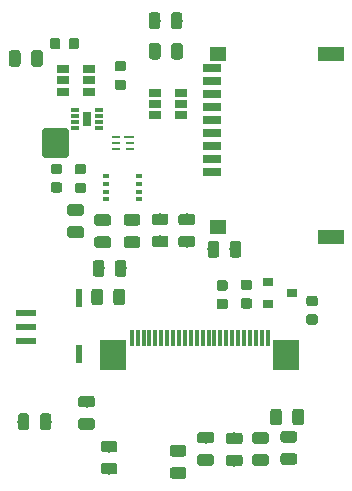
<source format=gbr>
G04 #@! TF.GenerationSoftware,KiCad,Pcbnew,(5.0.1)-rc2*
G04 #@! TF.CreationDate,2019-03-09T02:30:10-07:00*
G04 #@! TF.ProjectId,GPSLogger,4750534C6F676765722E6B696361645F,rev?*
G04 #@! TF.SameCoordinates,Original*
G04 #@! TF.FileFunction,Paste,Bot*
G04 #@! TF.FilePolarity,Positive*
%FSLAX46Y46*%
G04 Gerber Fmt 4.6, Leading zero omitted, Abs format (unit mm)*
G04 Created by KiCad (PCBNEW (5.0.1)-rc2) date 3/9/2019 2:30:10 AM*
%MOMM*%
%LPD*%
G01*
G04 APERTURE LIST*
%ADD10C,0.508000*%
%ADD11C,0.100000*%
%ADD12C,0.975000*%
%ADD13R,0.900000X0.800000*%
%ADD14R,1.060000X0.650000*%
%ADD15R,1.800000X0.600000*%
%ADD16R,0.600000X1.524000*%
%ADD17R,2.300000X2.650000*%
%ADD18R,0.300000X1.400000*%
%ADD19R,0.800000X1.200000*%
%ADD20R,0.700000X0.300000*%
%ADD21R,2.200000X1.200000*%
%ADD22R,1.400000X1.200000*%
%ADD23R,1.600000X0.700000*%
%ADD24C,0.875000*%
%ADD25R,0.600000X0.400000*%
%ADD26R,0.850000X0.280000*%
%ADD27R,0.750000X0.280000*%
G04 APERTURE END LIST*
D10*
G04 #@! TO.C,JP2*
X197739000Y-35953700D02*
X197739000Y-37985700D01*
X198247000Y-35953700D02*
X198247000Y-37985700D01*
X198755000Y-35953700D02*
X198755000Y-37985700D01*
X199263000Y-35953700D02*
X199263000Y-37985700D01*
X199517000Y-35953700D02*
X199517000Y-37985700D01*
X199517000Y-37985700D02*
X197739000Y-37985700D01*
X199517000Y-35953700D02*
X197739000Y-35953700D01*
G04 #@! TD*
D11*
G04 #@! TO.C,C11*
G36*
X209131842Y-25894974D02*
X209155503Y-25898484D01*
X209178707Y-25904296D01*
X209201229Y-25912354D01*
X209222853Y-25922582D01*
X209243370Y-25934879D01*
X209262583Y-25949129D01*
X209280307Y-25965193D01*
X209296371Y-25982917D01*
X209310621Y-26002130D01*
X209322918Y-26022647D01*
X209333146Y-26044271D01*
X209341204Y-26066793D01*
X209347016Y-26089997D01*
X209350526Y-26113658D01*
X209351700Y-26137550D01*
X209351700Y-27050050D01*
X209350526Y-27073942D01*
X209347016Y-27097603D01*
X209341204Y-27120807D01*
X209333146Y-27143329D01*
X209322918Y-27164953D01*
X209310621Y-27185470D01*
X209296371Y-27204683D01*
X209280307Y-27222407D01*
X209262583Y-27238471D01*
X209243370Y-27252721D01*
X209222853Y-27265018D01*
X209201229Y-27275246D01*
X209178707Y-27283304D01*
X209155503Y-27289116D01*
X209131842Y-27292626D01*
X209107950Y-27293800D01*
X208620450Y-27293800D01*
X208596558Y-27292626D01*
X208572897Y-27289116D01*
X208549693Y-27283304D01*
X208527171Y-27275246D01*
X208505547Y-27265018D01*
X208485030Y-27252721D01*
X208465817Y-27238471D01*
X208448093Y-27222407D01*
X208432029Y-27204683D01*
X208417779Y-27185470D01*
X208405482Y-27164953D01*
X208395254Y-27143329D01*
X208387196Y-27120807D01*
X208381384Y-27097603D01*
X208377874Y-27073942D01*
X208376700Y-27050050D01*
X208376700Y-26137550D01*
X208377874Y-26113658D01*
X208381384Y-26089997D01*
X208387196Y-26066793D01*
X208395254Y-26044271D01*
X208405482Y-26022647D01*
X208417779Y-26002130D01*
X208432029Y-25982917D01*
X208448093Y-25965193D01*
X208465817Y-25949129D01*
X208485030Y-25934879D01*
X208505547Y-25922582D01*
X208527171Y-25912354D01*
X208549693Y-25904296D01*
X208572897Y-25898484D01*
X208596558Y-25894974D01*
X208620450Y-25893800D01*
X209107950Y-25893800D01*
X209131842Y-25894974D01*
X209131842Y-25894974D01*
G37*
D12*
X208864200Y-26593800D03*
D11*
G36*
X207256842Y-25894974D02*
X207280503Y-25898484D01*
X207303707Y-25904296D01*
X207326229Y-25912354D01*
X207347853Y-25922582D01*
X207368370Y-25934879D01*
X207387583Y-25949129D01*
X207405307Y-25965193D01*
X207421371Y-25982917D01*
X207435621Y-26002130D01*
X207447918Y-26022647D01*
X207458146Y-26044271D01*
X207466204Y-26066793D01*
X207472016Y-26089997D01*
X207475526Y-26113658D01*
X207476700Y-26137550D01*
X207476700Y-27050050D01*
X207475526Y-27073942D01*
X207472016Y-27097603D01*
X207466204Y-27120807D01*
X207458146Y-27143329D01*
X207447918Y-27164953D01*
X207435621Y-27185470D01*
X207421371Y-27204683D01*
X207405307Y-27222407D01*
X207387583Y-27238471D01*
X207368370Y-27252721D01*
X207347853Y-27265018D01*
X207326229Y-27275246D01*
X207303707Y-27283304D01*
X207280503Y-27289116D01*
X207256842Y-27292626D01*
X207232950Y-27293800D01*
X206745450Y-27293800D01*
X206721558Y-27292626D01*
X206697897Y-27289116D01*
X206674693Y-27283304D01*
X206652171Y-27275246D01*
X206630547Y-27265018D01*
X206610030Y-27252721D01*
X206590817Y-27238471D01*
X206573093Y-27222407D01*
X206557029Y-27204683D01*
X206542779Y-27185470D01*
X206530482Y-27164953D01*
X206520254Y-27143329D01*
X206512196Y-27120807D01*
X206506384Y-27097603D01*
X206502874Y-27073942D01*
X206501700Y-27050050D01*
X206501700Y-26137550D01*
X206502874Y-26113658D01*
X206506384Y-26089997D01*
X206512196Y-26066793D01*
X206520254Y-26044271D01*
X206530482Y-26022647D01*
X206542779Y-26002130D01*
X206557029Y-25982917D01*
X206573093Y-25965193D01*
X206590817Y-25949129D01*
X206610030Y-25934879D01*
X206630547Y-25922582D01*
X206652171Y-25912354D01*
X206674693Y-25904296D01*
X206697897Y-25898484D01*
X206721558Y-25894974D01*
X206745450Y-25893800D01*
X207232950Y-25893800D01*
X207256842Y-25894974D01*
X207256842Y-25894974D01*
G37*
D12*
X206989200Y-26593800D03*
G04 #@! TD*
D11*
G04 #@! TO.C,C12*
G36*
X196157042Y-59854774D02*
X196180703Y-59858284D01*
X196203907Y-59864096D01*
X196226429Y-59872154D01*
X196248053Y-59882382D01*
X196268570Y-59894679D01*
X196287783Y-59908929D01*
X196305507Y-59924993D01*
X196321571Y-59942717D01*
X196335821Y-59961930D01*
X196348118Y-59982447D01*
X196358346Y-60004071D01*
X196366404Y-60026593D01*
X196372216Y-60049797D01*
X196375726Y-60073458D01*
X196376900Y-60097350D01*
X196376900Y-61009850D01*
X196375726Y-61033742D01*
X196372216Y-61057403D01*
X196366404Y-61080607D01*
X196358346Y-61103129D01*
X196348118Y-61124753D01*
X196335821Y-61145270D01*
X196321571Y-61164483D01*
X196305507Y-61182207D01*
X196287783Y-61198271D01*
X196268570Y-61212521D01*
X196248053Y-61224818D01*
X196226429Y-61235046D01*
X196203907Y-61243104D01*
X196180703Y-61248916D01*
X196157042Y-61252426D01*
X196133150Y-61253600D01*
X195645650Y-61253600D01*
X195621758Y-61252426D01*
X195598097Y-61248916D01*
X195574893Y-61243104D01*
X195552371Y-61235046D01*
X195530747Y-61224818D01*
X195510230Y-61212521D01*
X195491017Y-61198271D01*
X195473293Y-61182207D01*
X195457229Y-61164483D01*
X195442979Y-61145270D01*
X195430682Y-61124753D01*
X195420454Y-61103129D01*
X195412396Y-61080607D01*
X195406584Y-61057403D01*
X195403074Y-61033742D01*
X195401900Y-61009850D01*
X195401900Y-60097350D01*
X195403074Y-60073458D01*
X195406584Y-60049797D01*
X195412396Y-60026593D01*
X195420454Y-60004071D01*
X195430682Y-59982447D01*
X195442979Y-59961930D01*
X195457229Y-59942717D01*
X195473293Y-59924993D01*
X195491017Y-59908929D01*
X195510230Y-59894679D01*
X195530747Y-59882382D01*
X195552371Y-59872154D01*
X195574893Y-59864096D01*
X195598097Y-59858284D01*
X195621758Y-59854774D01*
X195645650Y-59853600D01*
X196133150Y-59853600D01*
X196157042Y-59854774D01*
X196157042Y-59854774D01*
G37*
D12*
X195889400Y-60553600D03*
D11*
G36*
X198032042Y-59854774D02*
X198055703Y-59858284D01*
X198078907Y-59864096D01*
X198101429Y-59872154D01*
X198123053Y-59882382D01*
X198143570Y-59894679D01*
X198162783Y-59908929D01*
X198180507Y-59924993D01*
X198196571Y-59942717D01*
X198210821Y-59961930D01*
X198223118Y-59982447D01*
X198233346Y-60004071D01*
X198241404Y-60026593D01*
X198247216Y-60049797D01*
X198250726Y-60073458D01*
X198251900Y-60097350D01*
X198251900Y-61009850D01*
X198250726Y-61033742D01*
X198247216Y-61057403D01*
X198241404Y-61080607D01*
X198233346Y-61103129D01*
X198223118Y-61124753D01*
X198210821Y-61145270D01*
X198196571Y-61164483D01*
X198180507Y-61182207D01*
X198162783Y-61198271D01*
X198143570Y-61212521D01*
X198123053Y-61224818D01*
X198101429Y-61235046D01*
X198078907Y-61243104D01*
X198055703Y-61248916D01*
X198032042Y-61252426D01*
X198008150Y-61253600D01*
X197520650Y-61253600D01*
X197496758Y-61252426D01*
X197473097Y-61248916D01*
X197449893Y-61243104D01*
X197427371Y-61235046D01*
X197405747Y-61224818D01*
X197385230Y-61212521D01*
X197366017Y-61198271D01*
X197348293Y-61182207D01*
X197332229Y-61164483D01*
X197317979Y-61145270D01*
X197305682Y-61124753D01*
X197295454Y-61103129D01*
X197287396Y-61080607D01*
X197281584Y-61057403D01*
X197278074Y-61033742D01*
X197276900Y-61009850D01*
X197276900Y-60097350D01*
X197278074Y-60073458D01*
X197281584Y-60049797D01*
X197287396Y-60026593D01*
X197295454Y-60004071D01*
X197305682Y-59982447D01*
X197317979Y-59961930D01*
X197332229Y-59942717D01*
X197348293Y-59924993D01*
X197366017Y-59908929D01*
X197385230Y-59894679D01*
X197405747Y-59882382D01*
X197427371Y-59872154D01*
X197449893Y-59864096D01*
X197473097Y-59858284D01*
X197496758Y-59854774D01*
X197520650Y-59853600D01*
X198008150Y-59853600D01*
X198032042Y-59854774D01*
X198032042Y-59854774D01*
G37*
D12*
X197764400Y-60553600D03*
G04 #@! TD*
D11*
G04 #@! TO.C,C13*
G36*
X201710142Y-60248674D02*
X201733803Y-60252184D01*
X201757007Y-60257996D01*
X201779529Y-60266054D01*
X201801153Y-60276282D01*
X201821670Y-60288579D01*
X201840883Y-60302829D01*
X201858607Y-60318893D01*
X201874671Y-60336617D01*
X201888921Y-60355830D01*
X201901218Y-60376347D01*
X201911446Y-60397971D01*
X201919504Y-60420493D01*
X201925316Y-60443697D01*
X201928826Y-60467358D01*
X201930000Y-60491250D01*
X201930000Y-60978750D01*
X201928826Y-61002642D01*
X201925316Y-61026303D01*
X201919504Y-61049507D01*
X201911446Y-61072029D01*
X201901218Y-61093653D01*
X201888921Y-61114170D01*
X201874671Y-61133383D01*
X201858607Y-61151107D01*
X201840883Y-61167171D01*
X201821670Y-61181421D01*
X201801153Y-61193718D01*
X201779529Y-61203946D01*
X201757007Y-61212004D01*
X201733803Y-61217816D01*
X201710142Y-61221326D01*
X201686250Y-61222500D01*
X200773750Y-61222500D01*
X200749858Y-61221326D01*
X200726197Y-61217816D01*
X200702993Y-61212004D01*
X200680471Y-61203946D01*
X200658847Y-61193718D01*
X200638330Y-61181421D01*
X200619117Y-61167171D01*
X200601393Y-61151107D01*
X200585329Y-61133383D01*
X200571079Y-61114170D01*
X200558782Y-61093653D01*
X200548554Y-61072029D01*
X200540496Y-61049507D01*
X200534684Y-61026303D01*
X200531174Y-61002642D01*
X200530000Y-60978750D01*
X200530000Y-60491250D01*
X200531174Y-60467358D01*
X200534684Y-60443697D01*
X200540496Y-60420493D01*
X200548554Y-60397971D01*
X200558782Y-60376347D01*
X200571079Y-60355830D01*
X200585329Y-60336617D01*
X200601393Y-60318893D01*
X200619117Y-60302829D01*
X200638330Y-60288579D01*
X200658847Y-60276282D01*
X200680471Y-60266054D01*
X200702993Y-60257996D01*
X200726197Y-60252184D01*
X200749858Y-60248674D01*
X200773750Y-60247500D01*
X201686250Y-60247500D01*
X201710142Y-60248674D01*
X201710142Y-60248674D01*
G37*
D12*
X201230000Y-60735000D03*
D11*
G36*
X201710142Y-58373674D02*
X201733803Y-58377184D01*
X201757007Y-58382996D01*
X201779529Y-58391054D01*
X201801153Y-58401282D01*
X201821670Y-58413579D01*
X201840883Y-58427829D01*
X201858607Y-58443893D01*
X201874671Y-58461617D01*
X201888921Y-58480830D01*
X201901218Y-58501347D01*
X201911446Y-58522971D01*
X201919504Y-58545493D01*
X201925316Y-58568697D01*
X201928826Y-58592358D01*
X201930000Y-58616250D01*
X201930000Y-59103750D01*
X201928826Y-59127642D01*
X201925316Y-59151303D01*
X201919504Y-59174507D01*
X201911446Y-59197029D01*
X201901218Y-59218653D01*
X201888921Y-59239170D01*
X201874671Y-59258383D01*
X201858607Y-59276107D01*
X201840883Y-59292171D01*
X201821670Y-59306421D01*
X201801153Y-59318718D01*
X201779529Y-59328946D01*
X201757007Y-59337004D01*
X201733803Y-59342816D01*
X201710142Y-59346326D01*
X201686250Y-59347500D01*
X200773750Y-59347500D01*
X200749858Y-59346326D01*
X200726197Y-59342816D01*
X200702993Y-59337004D01*
X200680471Y-59328946D01*
X200658847Y-59318718D01*
X200638330Y-59306421D01*
X200619117Y-59292171D01*
X200601393Y-59276107D01*
X200585329Y-59258383D01*
X200571079Y-59239170D01*
X200558782Y-59218653D01*
X200548554Y-59197029D01*
X200540496Y-59174507D01*
X200534684Y-59151303D01*
X200531174Y-59127642D01*
X200530000Y-59103750D01*
X200530000Y-58616250D01*
X200531174Y-58592358D01*
X200534684Y-58568697D01*
X200540496Y-58545493D01*
X200548554Y-58522971D01*
X200558782Y-58501347D01*
X200571079Y-58480830D01*
X200585329Y-58461617D01*
X200601393Y-58443893D01*
X200619117Y-58427829D01*
X200638330Y-58413579D01*
X200658847Y-58401282D01*
X200680471Y-58391054D01*
X200702993Y-58382996D01*
X200726197Y-58377184D01*
X200749858Y-58373674D01*
X200773750Y-58372500D01*
X201686250Y-58372500D01*
X201710142Y-58373674D01*
X201710142Y-58373674D01*
G37*
D12*
X201230000Y-58860000D03*
G04 #@! TD*
D11*
G04 #@! TO.C,C14*
G36*
X203630142Y-64043674D02*
X203653803Y-64047184D01*
X203677007Y-64052996D01*
X203699529Y-64061054D01*
X203721153Y-64071282D01*
X203741670Y-64083579D01*
X203760883Y-64097829D01*
X203778607Y-64113893D01*
X203794671Y-64131617D01*
X203808921Y-64150830D01*
X203821218Y-64171347D01*
X203831446Y-64192971D01*
X203839504Y-64215493D01*
X203845316Y-64238697D01*
X203848826Y-64262358D01*
X203850000Y-64286250D01*
X203850000Y-64773750D01*
X203848826Y-64797642D01*
X203845316Y-64821303D01*
X203839504Y-64844507D01*
X203831446Y-64867029D01*
X203821218Y-64888653D01*
X203808921Y-64909170D01*
X203794671Y-64928383D01*
X203778607Y-64946107D01*
X203760883Y-64962171D01*
X203741670Y-64976421D01*
X203721153Y-64988718D01*
X203699529Y-64998946D01*
X203677007Y-65007004D01*
X203653803Y-65012816D01*
X203630142Y-65016326D01*
X203606250Y-65017500D01*
X202693750Y-65017500D01*
X202669858Y-65016326D01*
X202646197Y-65012816D01*
X202622993Y-65007004D01*
X202600471Y-64998946D01*
X202578847Y-64988718D01*
X202558330Y-64976421D01*
X202539117Y-64962171D01*
X202521393Y-64946107D01*
X202505329Y-64928383D01*
X202491079Y-64909170D01*
X202478782Y-64888653D01*
X202468554Y-64867029D01*
X202460496Y-64844507D01*
X202454684Y-64821303D01*
X202451174Y-64797642D01*
X202450000Y-64773750D01*
X202450000Y-64286250D01*
X202451174Y-64262358D01*
X202454684Y-64238697D01*
X202460496Y-64215493D01*
X202468554Y-64192971D01*
X202478782Y-64171347D01*
X202491079Y-64150830D01*
X202505329Y-64131617D01*
X202521393Y-64113893D01*
X202539117Y-64097829D01*
X202558330Y-64083579D01*
X202578847Y-64071282D01*
X202600471Y-64061054D01*
X202622993Y-64052996D01*
X202646197Y-64047184D01*
X202669858Y-64043674D01*
X202693750Y-64042500D01*
X203606250Y-64042500D01*
X203630142Y-64043674D01*
X203630142Y-64043674D01*
G37*
D12*
X203150000Y-64530000D03*
D11*
G36*
X203630142Y-62168674D02*
X203653803Y-62172184D01*
X203677007Y-62177996D01*
X203699529Y-62186054D01*
X203721153Y-62196282D01*
X203741670Y-62208579D01*
X203760883Y-62222829D01*
X203778607Y-62238893D01*
X203794671Y-62256617D01*
X203808921Y-62275830D01*
X203821218Y-62296347D01*
X203831446Y-62317971D01*
X203839504Y-62340493D01*
X203845316Y-62363697D01*
X203848826Y-62387358D01*
X203850000Y-62411250D01*
X203850000Y-62898750D01*
X203848826Y-62922642D01*
X203845316Y-62946303D01*
X203839504Y-62969507D01*
X203831446Y-62992029D01*
X203821218Y-63013653D01*
X203808921Y-63034170D01*
X203794671Y-63053383D01*
X203778607Y-63071107D01*
X203760883Y-63087171D01*
X203741670Y-63101421D01*
X203721153Y-63113718D01*
X203699529Y-63123946D01*
X203677007Y-63132004D01*
X203653803Y-63137816D01*
X203630142Y-63141326D01*
X203606250Y-63142500D01*
X202693750Y-63142500D01*
X202669858Y-63141326D01*
X202646197Y-63137816D01*
X202622993Y-63132004D01*
X202600471Y-63123946D01*
X202578847Y-63113718D01*
X202558330Y-63101421D01*
X202539117Y-63087171D01*
X202521393Y-63071107D01*
X202505329Y-63053383D01*
X202491079Y-63034170D01*
X202478782Y-63013653D01*
X202468554Y-62992029D01*
X202460496Y-62969507D01*
X202454684Y-62946303D01*
X202451174Y-62922642D01*
X202450000Y-62898750D01*
X202450000Y-62411250D01*
X202451174Y-62387358D01*
X202454684Y-62363697D01*
X202460496Y-62340493D01*
X202468554Y-62317971D01*
X202478782Y-62296347D01*
X202491079Y-62275830D01*
X202505329Y-62256617D01*
X202521393Y-62238893D01*
X202539117Y-62222829D01*
X202558330Y-62208579D01*
X202578847Y-62196282D01*
X202600471Y-62186054D01*
X202622993Y-62177996D01*
X202646197Y-62172184D01*
X202669858Y-62168674D01*
X202693750Y-62167500D01*
X203606250Y-62167500D01*
X203630142Y-62168674D01*
X203630142Y-62168674D01*
G37*
D12*
X203150000Y-62655000D03*
G04 #@! TD*
D11*
G04 #@! TO.C,C15*
G36*
X209460142Y-64403674D02*
X209483803Y-64407184D01*
X209507007Y-64412996D01*
X209529529Y-64421054D01*
X209551153Y-64431282D01*
X209571670Y-64443579D01*
X209590883Y-64457829D01*
X209608607Y-64473893D01*
X209624671Y-64491617D01*
X209638921Y-64510830D01*
X209651218Y-64531347D01*
X209661446Y-64552971D01*
X209669504Y-64575493D01*
X209675316Y-64598697D01*
X209678826Y-64622358D01*
X209680000Y-64646250D01*
X209680000Y-65133750D01*
X209678826Y-65157642D01*
X209675316Y-65181303D01*
X209669504Y-65204507D01*
X209661446Y-65227029D01*
X209651218Y-65248653D01*
X209638921Y-65269170D01*
X209624671Y-65288383D01*
X209608607Y-65306107D01*
X209590883Y-65322171D01*
X209571670Y-65336421D01*
X209551153Y-65348718D01*
X209529529Y-65358946D01*
X209507007Y-65367004D01*
X209483803Y-65372816D01*
X209460142Y-65376326D01*
X209436250Y-65377500D01*
X208523750Y-65377500D01*
X208499858Y-65376326D01*
X208476197Y-65372816D01*
X208452993Y-65367004D01*
X208430471Y-65358946D01*
X208408847Y-65348718D01*
X208388330Y-65336421D01*
X208369117Y-65322171D01*
X208351393Y-65306107D01*
X208335329Y-65288383D01*
X208321079Y-65269170D01*
X208308782Y-65248653D01*
X208298554Y-65227029D01*
X208290496Y-65204507D01*
X208284684Y-65181303D01*
X208281174Y-65157642D01*
X208280000Y-65133750D01*
X208280000Y-64646250D01*
X208281174Y-64622358D01*
X208284684Y-64598697D01*
X208290496Y-64575493D01*
X208298554Y-64552971D01*
X208308782Y-64531347D01*
X208321079Y-64510830D01*
X208335329Y-64491617D01*
X208351393Y-64473893D01*
X208369117Y-64457829D01*
X208388330Y-64443579D01*
X208408847Y-64431282D01*
X208430471Y-64421054D01*
X208452993Y-64412996D01*
X208476197Y-64407184D01*
X208499858Y-64403674D01*
X208523750Y-64402500D01*
X209436250Y-64402500D01*
X209460142Y-64403674D01*
X209460142Y-64403674D01*
G37*
D12*
X208980000Y-64890000D03*
D11*
G36*
X209460142Y-62528674D02*
X209483803Y-62532184D01*
X209507007Y-62537996D01*
X209529529Y-62546054D01*
X209551153Y-62556282D01*
X209571670Y-62568579D01*
X209590883Y-62582829D01*
X209608607Y-62598893D01*
X209624671Y-62616617D01*
X209638921Y-62635830D01*
X209651218Y-62656347D01*
X209661446Y-62677971D01*
X209669504Y-62700493D01*
X209675316Y-62723697D01*
X209678826Y-62747358D01*
X209680000Y-62771250D01*
X209680000Y-63258750D01*
X209678826Y-63282642D01*
X209675316Y-63306303D01*
X209669504Y-63329507D01*
X209661446Y-63352029D01*
X209651218Y-63373653D01*
X209638921Y-63394170D01*
X209624671Y-63413383D01*
X209608607Y-63431107D01*
X209590883Y-63447171D01*
X209571670Y-63461421D01*
X209551153Y-63473718D01*
X209529529Y-63483946D01*
X209507007Y-63492004D01*
X209483803Y-63497816D01*
X209460142Y-63501326D01*
X209436250Y-63502500D01*
X208523750Y-63502500D01*
X208499858Y-63501326D01*
X208476197Y-63497816D01*
X208452993Y-63492004D01*
X208430471Y-63483946D01*
X208408847Y-63473718D01*
X208388330Y-63461421D01*
X208369117Y-63447171D01*
X208351393Y-63431107D01*
X208335329Y-63413383D01*
X208321079Y-63394170D01*
X208308782Y-63373653D01*
X208298554Y-63352029D01*
X208290496Y-63329507D01*
X208284684Y-63306303D01*
X208281174Y-63282642D01*
X208280000Y-63258750D01*
X208280000Y-62771250D01*
X208281174Y-62747358D01*
X208284684Y-62723697D01*
X208290496Y-62700493D01*
X208298554Y-62677971D01*
X208308782Y-62656347D01*
X208321079Y-62635830D01*
X208335329Y-62616617D01*
X208351393Y-62598893D01*
X208369117Y-62582829D01*
X208388330Y-62568579D01*
X208408847Y-62556282D01*
X208430471Y-62546054D01*
X208452993Y-62537996D01*
X208476197Y-62532184D01*
X208499858Y-62528674D01*
X208523750Y-62527500D01*
X209436250Y-62527500D01*
X209460142Y-62528674D01*
X209460142Y-62528674D01*
G37*
D12*
X208980000Y-63015000D03*
G04 #@! TD*
D11*
G04 #@! TO.C,C16*
G36*
X211795442Y-63293074D02*
X211819103Y-63296584D01*
X211842307Y-63302396D01*
X211864829Y-63310454D01*
X211886453Y-63320682D01*
X211906970Y-63332979D01*
X211926183Y-63347229D01*
X211943907Y-63363293D01*
X211959971Y-63381017D01*
X211974221Y-63400230D01*
X211986518Y-63420747D01*
X211996746Y-63442371D01*
X212004804Y-63464893D01*
X212010616Y-63488097D01*
X212014126Y-63511758D01*
X212015300Y-63535650D01*
X212015300Y-64023150D01*
X212014126Y-64047042D01*
X212010616Y-64070703D01*
X212004804Y-64093907D01*
X211996746Y-64116429D01*
X211986518Y-64138053D01*
X211974221Y-64158570D01*
X211959971Y-64177783D01*
X211943907Y-64195507D01*
X211926183Y-64211571D01*
X211906970Y-64225821D01*
X211886453Y-64238118D01*
X211864829Y-64248346D01*
X211842307Y-64256404D01*
X211819103Y-64262216D01*
X211795442Y-64265726D01*
X211771550Y-64266900D01*
X210859050Y-64266900D01*
X210835158Y-64265726D01*
X210811497Y-64262216D01*
X210788293Y-64256404D01*
X210765771Y-64248346D01*
X210744147Y-64238118D01*
X210723630Y-64225821D01*
X210704417Y-64211571D01*
X210686693Y-64195507D01*
X210670629Y-64177783D01*
X210656379Y-64158570D01*
X210644082Y-64138053D01*
X210633854Y-64116429D01*
X210625796Y-64093907D01*
X210619984Y-64070703D01*
X210616474Y-64047042D01*
X210615300Y-64023150D01*
X210615300Y-63535650D01*
X210616474Y-63511758D01*
X210619984Y-63488097D01*
X210625796Y-63464893D01*
X210633854Y-63442371D01*
X210644082Y-63420747D01*
X210656379Y-63400230D01*
X210670629Y-63381017D01*
X210686693Y-63363293D01*
X210704417Y-63347229D01*
X210723630Y-63332979D01*
X210744147Y-63320682D01*
X210765771Y-63310454D01*
X210788293Y-63302396D01*
X210811497Y-63296584D01*
X210835158Y-63293074D01*
X210859050Y-63291900D01*
X211771550Y-63291900D01*
X211795442Y-63293074D01*
X211795442Y-63293074D01*
G37*
D12*
X211315300Y-63779400D03*
D11*
G36*
X211795442Y-61418074D02*
X211819103Y-61421584D01*
X211842307Y-61427396D01*
X211864829Y-61435454D01*
X211886453Y-61445682D01*
X211906970Y-61457979D01*
X211926183Y-61472229D01*
X211943907Y-61488293D01*
X211959971Y-61506017D01*
X211974221Y-61525230D01*
X211986518Y-61545747D01*
X211996746Y-61567371D01*
X212004804Y-61589893D01*
X212010616Y-61613097D01*
X212014126Y-61636758D01*
X212015300Y-61660650D01*
X212015300Y-62148150D01*
X212014126Y-62172042D01*
X212010616Y-62195703D01*
X212004804Y-62218907D01*
X211996746Y-62241429D01*
X211986518Y-62263053D01*
X211974221Y-62283570D01*
X211959971Y-62302783D01*
X211943907Y-62320507D01*
X211926183Y-62336571D01*
X211906970Y-62350821D01*
X211886453Y-62363118D01*
X211864829Y-62373346D01*
X211842307Y-62381404D01*
X211819103Y-62387216D01*
X211795442Y-62390726D01*
X211771550Y-62391900D01*
X210859050Y-62391900D01*
X210835158Y-62390726D01*
X210811497Y-62387216D01*
X210788293Y-62381404D01*
X210765771Y-62373346D01*
X210744147Y-62363118D01*
X210723630Y-62350821D01*
X210704417Y-62336571D01*
X210686693Y-62320507D01*
X210670629Y-62302783D01*
X210656379Y-62283570D01*
X210644082Y-62263053D01*
X210633854Y-62241429D01*
X210625796Y-62218907D01*
X210619984Y-62195703D01*
X210616474Y-62172042D01*
X210615300Y-62148150D01*
X210615300Y-61660650D01*
X210616474Y-61636758D01*
X210619984Y-61613097D01*
X210625796Y-61589893D01*
X210633854Y-61567371D01*
X210644082Y-61545747D01*
X210656379Y-61525230D01*
X210670629Y-61506017D01*
X210686693Y-61488293D01*
X210704417Y-61472229D01*
X210723630Y-61457979D01*
X210744147Y-61445682D01*
X210765771Y-61435454D01*
X210788293Y-61427396D01*
X210811497Y-61421584D01*
X210835158Y-61418074D01*
X210859050Y-61416900D01*
X211771550Y-61416900D01*
X211795442Y-61418074D01*
X211795442Y-61418074D01*
G37*
D12*
X211315300Y-61904400D03*
G04 #@! TD*
D11*
G04 #@! TO.C,C17*
G36*
X214221142Y-63356574D02*
X214244803Y-63360084D01*
X214268007Y-63365896D01*
X214290529Y-63373954D01*
X214312153Y-63384182D01*
X214332670Y-63396479D01*
X214351883Y-63410729D01*
X214369607Y-63426793D01*
X214385671Y-63444517D01*
X214399921Y-63463730D01*
X214412218Y-63484247D01*
X214422446Y-63505871D01*
X214430504Y-63528393D01*
X214436316Y-63551597D01*
X214439826Y-63575258D01*
X214441000Y-63599150D01*
X214441000Y-64086650D01*
X214439826Y-64110542D01*
X214436316Y-64134203D01*
X214430504Y-64157407D01*
X214422446Y-64179929D01*
X214412218Y-64201553D01*
X214399921Y-64222070D01*
X214385671Y-64241283D01*
X214369607Y-64259007D01*
X214351883Y-64275071D01*
X214332670Y-64289321D01*
X214312153Y-64301618D01*
X214290529Y-64311846D01*
X214268007Y-64319904D01*
X214244803Y-64325716D01*
X214221142Y-64329226D01*
X214197250Y-64330400D01*
X213284750Y-64330400D01*
X213260858Y-64329226D01*
X213237197Y-64325716D01*
X213213993Y-64319904D01*
X213191471Y-64311846D01*
X213169847Y-64301618D01*
X213149330Y-64289321D01*
X213130117Y-64275071D01*
X213112393Y-64259007D01*
X213096329Y-64241283D01*
X213082079Y-64222070D01*
X213069782Y-64201553D01*
X213059554Y-64179929D01*
X213051496Y-64157407D01*
X213045684Y-64134203D01*
X213042174Y-64110542D01*
X213041000Y-64086650D01*
X213041000Y-63599150D01*
X213042174Y-63575258D01*
X213045684Y-63551597D01*
X213051496Y-63528393D01*
X213059554Y-63505871D01*
X213069782Y-63484247D01*
X213082079Y-63463730D01*
X213096329Y-63444517D01*
X213112393Y-63426793D01*
X213130117Y-63410729D01*
X213149330Y-63396479D01*
X213169847Y-63384182D01*
X213191471Y-63373954D01*
X213213993Y-63365896D01*
X213237197Y-63360084D01*
X213260858Y-63356574D01*
X213284750Y-63355400D01*
X214197250Y-63355400D01*
X214221142Y-63356574D01*
X214221142Y-63356574D01*
G37*
D12*
X213741000Y-63842900D03*
D11*
G36*
X214221142Y-61481574D02*
X214244803Y-61485084D01*
X214268007Y-61490896D01*
X214290529Y-61498954D01*
X214312153Y-61509182D01*
X214332670Y-61521479D01*
X214351883Y-61535729D01*
X214369607Y-61551793D01*
X214385671Y-61569517D01*
X214399921Y-61588730D01*
X214412218Y-61609247D01*
X214422446Y-61630871D01*
X214430504Y-61653393D01*
X214436316Y-61676597D01*
X214439826Y-61700258D01*
X214441000Y-61724150D01*
X214441000Y-62211650D01*
X214439826Y-62235542D01*
X214436316Y-62259203D01*
X214430504Y-62282407D01*
X214422446Y-62304929D01*
X214412218Y-62326553D01*
X214399921Y-62347070D01*
X214385671Y-62366283D01*
X214369607Y-62384007D01*
X214351883Y-62400071D01*
X214332670Y-62414321D01*
X214312153Y-62426618D01*
X214290529Y-62436846D01*
X214268007Y-62444904D01*
X214244803Y-62450716D01*
X214221142Y-62454226D01*
X214197250Y-62455400D01*
X213284750Y-62455400D01*
X213260858Y-62454226D01*
X213237197Y-62450716D01*
X213213993Y-62444904D01*
X213191471Y-62436846D01*
X213169847Y-62426618D01*
X213149330Y-62414321D01*
X213130117Y-62400071D01*
X213112393Y-62384007D01*
X213096329Y-62366283D01*
X213082079Y-62347070D01*
X213069782Y-62326553D01*
X213059554Y-62304929D01*
X213051496Y-62282407D01*
X213045684Y-62259203D01*
X213042174Y-62235542D01*
X213041000Y-62211650D01*
X213041000Y-61724150D01*
X213042174Y-61700258D01*
X213045684Y-61676597D01*
X213051496Y-61653393D01*
X213059554Y-61630871D01*
X213069782Y-61609247D01*
X213082079Y-61588730D01*
X213096329Y-61569517D01*
X213112393Y-61551793D01*
X213130117Y-61535729D01*
X213149330Y-61521479D01*
X213169847Y-61509182D01*
X213191471Y-61498954D01*
X213213993Y-61490896D01*
X213237197Y-61485084D01*
X213260858Y-61481574D01*
X213284750Y-61480400D01*
X214197250Y-61480400D01*
X214221142Y-61481574D01*
X214221142Y-61481574D01*
G37*
D12*
X213741000Y-61967900D03*
G04 #@! TD*
D11*
G04 #@! TO.C,C18*
G36*
X216430942Y-63305774D02*
X216454603Y-63309284D01*
X216477807Y-63315096D01*
X216500329Y-63323154D01*
X216521953Y-63333382D01*
X216542470Y-63345679D01*
X216561683Y-63359929D01*
X216579407Y-63375993D01*
X216595471Y-63393717D01*
X216609721Y-63412930D01*
X216622018Y-63433447D01*
X216632246Y-63455071D01*
X216640304Y-63477593D01*
X216646116Y-63500797D01*
X216649626Y-63524458D01*
X216650800Y-63548350D01*
X216650800Y-64035850D01*
X216649626Y-64059742D01*
X216646116Y-64083403D01*
X216640304Y-64106607D01*
X216632246Y-64129129D01*
X216622018Y-64150753D01*
X216609721Y-64171270D01*
X216595471Y-64190483D01*
X216579407Y-64208207D01*
X216561683Y-64224271D01*
X216542470Y-64238521D01*
X216521953Y-64250818D01*
X216500329Y-64261046D01*
X216477807Y-64269104D01*
X216454603Y-64274916D01*
X216430942Y-64278426D01*
X216407050Y-64279600D01*
X215494550Y-64279600D01*
X215470658Y-64278426D01*
X215446997Y-64274916D01*
X215423793Y-64269104D01*
X215401271Y-64261046D01*
X215379647Y-64250818D01*
X215359130Y-64238521D01*
X215339917Y-64224271D01*
X215322193Y-64208207D01*
X215306129Y-64190483D01*
X215291879Y-64171270D01*
X215279582Y-64150753D01*
X215269354Y-64129129D01*
X215261296Y-64106607D01*
X215255484Y-64083403D01*
X215251974Y-64059742D01*
X215250800Y-64035850D01*
X215250800Y-63548350D01*
X215251974Y-63524458D01*
X215255484Y-63500797D01*
X215261296Y-63477593D01*
X215269354Y-63455071D01*
X215279582Y-63433447D01*
X215291879Y-63412930D01*
X215306129Y-63393717D01*
X215322193Y-63375993D01*
X215339917Y-63359929D01*
X215359130Y-63345679D01*
X215379647Y-63333382D01*
X215401271Y-63323154D01*
X215423793Y-63315096D01*
X215446997Y-63309284D01*
X215470658Y-63305774D01*
X215494550Y-63304600D01*
X216407050Y-63304600D01*
X216430942Y-63305774D01*
X216430942Y-63305774D01*
G37*
D12*
X215950800Y-63792100D03*
D11*
G36*
X216430942Y-61430774D02*
X216454603Y-61434284D01*
X216477807Y-61440096D01*
X216500329Y-61448154D01*
X216521953Y-61458382D01*
X216542470Y-61470679D01*
X216561683Y-61484929D01*
X216579407Y-61500993D01*
X216595471Y-61518717D01*
X216609721Y-61537930D01*
X216622018Y-61558447D01*
X216632246Y-61580071D01*
X216640304Y-61602593D01*
X216646116Y-61625797D01*
X216649626Y-61649458D01*
X216650800Y-61673350D01*
X216650800Y-62160850D01*
X216649626Y-62184742D01*
X216646116Y-62208403D01*
X216640304Y-62231607D01*
X216632246Y-62254129D01*
X216622018Y-62275753D01*
X216609721Y-62296270D01*
X216595471Y-62315483D01*
X216579407Y-62333207D01*
X216561683Y-62349271D01*
X216542470Y-62363521D01*
X216521953Y-62375818D01*
X216500329Y-62386046D01*
X216477807Y-62394104D01*
X216454603Y-62399916D01*
X216430942Y-62403426D01*
X216407050Y-62404600D01*
X215494550Y-62404600D01*
X215470658Y-62403426D01*
X215446997Y-62399916D01*
X215423793Y-62394104D01*
X215401271Y-62386046D01*
X215379647Y-62375818D01*
X215359130Y-62363521D01*
X215339917Y-62349271D01*
X215322193Y-62333207D01*
X215306129Y-62315483D01*
X215291879Y-62296270D01*
X215279582Y-62275753D01*
X215269354Y-62254129D01*
X215261296Y-62231607D01*
X215255484Y-62208403D01*
X215251974Y-62184742D01*
X215250800Y-62160850D01*
X215250800Y-61673350D01*
X215251974Y-61649458D01*
X215255484Y-61625797D01*
X215261296Y-61602593D01*
X215269354Y-61580071D01*
X215279582Y-61558447D01*
X215291879Y-61537930D01*
X215306129Y-61518717D01*
X215322193Y-61500993D01*
X215339917Y-61484929D01*
X215359130Y-61470679D01*
X215379647Y-61458382D01*
X215401271Y-61448154D01*
X215423793Y-61440096D01*
X215446997Y-61434284D01*
X215470658Y-61430774D01*
X215494550Y-61429600D01*
X216407050Y-61429600D01*
X216430942Y-61430774D01*
X216430942Y-61430774D01*
G37*
D12*
X215950800Y-61917100D03*
G04 #@! TD*
D11*
G04 #@! TO.C,C19*
G36*
X218831242Y-63216874D02*
X218854903Y-63220384D01*
X218878107Y-63226196D01*
X218900629Y-63234254D01*
X218922253Y-63244482D01*
X218942770Y-63256779D01*
X218961983Y-63271029D01*
X218979707Y-63287093D01*
X218995771Y-63304817D01*
X219010021Y-63324030D01*
X219022318Y-63344547D01*
X219032546Y-63366171D01*
X219040604Y-63388693D01*
X219046416Y-63411897D01*
X219049926Y-63435558D01*
X219051100Y-63459450D01*
X219051100Y-63946950D01*
X219049926Y-63970842D01*
X219046416Y-63994503D01*
X219040604Y-64017707D01*
X219032546Y-64040229D01*
X219022318Y-64061853D01*
X219010021Y-64082370D01*
X218995771Y-64101583D01*
X218979707Y-64119307D01*
X218961983Y-64135371D01*
X218942770Y-64149621D01*
X218922253Y-64161918D01*
X218900629Y-64172146D01*
X218878107Y-64180204D01*
X218854903Y-64186016D01*
X218831242Y-64189526D01*
X218807350Y-64190700D01*
X217894850Y-64190700D01*
X217870958Y-64189526D01*
X217847297Y-64186016D01*
X217824093Y-64180204D01*
X217801571Y-64172146D01*
X217779947Y-64161918D01*
X217759430Y-64149621D01*
X217740217Y-64135371D01*
X217722493Y-64119307D01*
X217706429Y-64101583D01*
X217692179Y-64082370D01*
X217679882Y-64061853D01*
X217669654Y-64040229D01*
X217661596Y-64017707D01*
X217655784Y-63994503D01*
X217652274Y-63970842D01*
X217651100Y-63946950D01*
X217651100Y-63459450D01*
X217652274Y-63435558D01*
X217655784Y-63411897D01*
X217661596Y-63388693D01*
X217669654Y-63366171D01*
X217679882Y-63344547D01*
X217692179Y-63324030D01*
X217706429Y-63304817D01*
X217722493Y-63287093D01*
X217740217Y-63271029D01*
X217759430Y-63256779D01*
X217779947Y-63244482D01*
X217801571Y-63234254D01*
X217824093Y-63226196D01*
X217847297Y-63220384D01*
X217870958Y-63216874D01*
X217894850Y-63215700D01*
X218807350Y-63215700D01*
X218831242Y-63216874D01*
X218831242Y-63216874D01*
G37*
D12*
X218351100Y-63703200D03*
D11*
G36*
X218831242Y-61341874D02*
X218854903Y-61345384D01*
X218878107Y-61351196D01*
X218900629Y-61359254D01*
X218922253Y-61369482D01*
X218942770Y-61381779D01*
X218961983Y-61396029D01*
X218979707Y-61412093D01*
X218995771Y-61429817D01*
X219010021Y-61449030D01*
X219022318Y-61469547D01*
X219032546Y-61491171D01*
X219040604Y-61513693D01*
X219046416Y-61536897D01*
X219049926Y-61560558D01*
X219051100Y-61584450D01*
X219051100Y-62071950D01*
X219049926Y-62095842D01*
X219046416Y-62119503D01*
X219040604Y-62142707D01*
X219032546Y-62165229D01*
X219022318Y-62186853D01*
X219010021Y-62207370D01*
X218995771Y-62226583D01*
X218979707Y-62244307D01*
X218961983Y-62260371D01*
X218942770Y-62274621D01*
X218922253Y-62286918D01*
X218900629Y-62297146D01*
X218878107Y-62305204D01*
X218854903Y-62311016D01*
X218831242Y-62314526D01*
X218807350Y-62315700D01*
X217894850Y-62315700D01*
X217870958Y-62314526D01*
X217847297Y-62311016D01*
X217824093Y-62305204D01*
X217801571Y-62297146D01*
X217779947Y-62286918D01*
X217759430Y-62274621D01*
X217740217Y-62260371D01*
X217722493Y-62244307D01*
X217706429Y-62226583D01*
X217692179Y-62207370D01*
X217679882Y-62186853D01*
X217669654Y-62165229D01*
X217661596Y-62142707D01*
X217655784Y-62119503D01*
X217652274Y-62095842D01*
X217651100Y-62071950D01*
X217651100Y-61584450D01*
X217652274Y-61560558D01*
X217655784Y-61536897D01*
X217661596Y-61513693D01*
X217669654Y-61491171D01*
X217679882Y-61469547D01*
X217692179Y-61449030D01*
X217706429Y-61429817D01*
X217722493Y-61412093D01*
X217740217Y-61396029D01*
X217759430Y-61381779D01*
X217779947Y-61369482D01*
X217801571Y-61359254D01*
X217824093Y-61351196D01*
X217847297Y-61345384D01*
X217870958Y-61341874D01*
X217894850Y-61340700D01*
X218807350Y-61340700D01*
X218831242Y-61341874D01*
X218831242Y-61341874D01*
G37*
D12*
X218351100Y-61828200D03*
G04 #@! TD*
D11*
G04 #@! TO.C,C20*
G36*
X219417642Y-59461174D02*
X219441303Y-59464684D01*
X219464507Y-59470496D01*
X219487029Y-59478554D01*
X219508653Y-59488782D01*
X219529170Y-59501079D01*
X219548383Y-59515329D01*
X219566107Y-59531393D01*
X219582171Y-59549117D01*
X219596421Y-59568330D01*
X219608718Y-59588847D01*
X219618946Y-59610471D01*
X219627004Y-59632993D01*
X219632816Y-59656197D01*
X219636326Y-59679858D01*
X219637500Y-59703750D01*
X219637500Y-60616250D01*
X219636326Y-60640142D01*
X219632816Y-60663803D01*
X219627004Y-60687007D01*
X219618946Y-60709529D01*
X219608718Y-60731153D01*
X219596421Y-60751670D01*
X219582171Y-60770883D01*
X219566107Y-60788607D01*
X219548383Y-60804671D01*
X219529170Y-60818921D01*
X219508653Y-60831218D01*
X219487029Y-60841446D01*
X219464507Y-60849504D01*
X219441303Y-60855316D01*
X219417642Y-60858826D01*
X219393750Y-60860000D01*
X218906250Y-60860000D01*
X218882358Y-60858826D01*
X218858697Y-60855316D01*
X218835493Y-60849504D01*
X218812971Y-60841446D01*
X218791347Y-60831218D01*
X218770830Y-60818921D01*
X218751617Y-60804671D01*
X218733893Y-60788607D01*
X218717829Y-60770883D01*
X218703579Y-60751670D01*
X218691282Y-60731153D01*
X218681054Y-60709529D01*
X218672996Y-60687007D01*
X218667184Y-60663803D01*
X218663674Y-60640142D01*
X218662500Y-60616250D01*
X218662500Y-59703750D01*
X218663674Y-59679858D01*
X218667184Y-59656197D01*
X218672996Y-59632993D01*
X218681054Y-59610471D01*
X218691282Y-59588847D01*
X218703579Y-59568330D01*
X218717829Y-59549117D01*
X218733893Y-59531393D01*
X218751617Y-59515329D01*
X218770830Y-59501079D01*
X218791347Y-59488782D01*
X218812971Y-59478554D01*
X218835493Y-59470496D01*
X218858697Y-59464684D01*
X218882358Y-59461174D01*
X218906250Y-59460000D01*
X219393750Y-59460000D01*
X219417642Y-59461174D01*
X219417642Y-59461174D01*
G37*
D12*
X219150000Y-60160000D03*
D11*
G36*
X217542642Y-59461174D02*
X217566303Y-59464684D01*
X217589507Y-59470496D01*
X217612029Y-59478554D01*
X217633653Y-59488782D01*
X217654170Y-59501079D01*
X217673383Y-59515329D01*
X217691107Y-59531393D01*
X217707171Y-59549117D01*
X217721421Y-59568330D01*
X217733718Y-59588847D01*
X217743946Y-59610471D01*
X217752004Y-59632993D01*
X217757816Y-59656197D01*
X217761326Y-59679858D01*
X217762500Y-59703750D01*
X217762500Y-60616250D01*
X217761326Y-60640142D01*
X217757816Y-60663803D01*
X217752004Y-60687007D01*
X217743946Y-60709529D01*
X217733718Y-60731153D01*
X217721421Y-60751670D01*
X217707171Y-60770883D01*
X217691107Y-60788607D01*
X217673383Y-60804671D01*
X217654170Y-60818921D01*
X217633653Y-60831218D01*
X217612029Y-60841446D01*
X217589507Y-60849504D01*
X217566303Y-60855316D01*
X217542642Y-60858826D01*
X217518750Y-60860000D01*
X217031250Y-60860000D01*
X217007358Y-60858826D01*
X216983697Y-60855316D01*
X216960493Y-60849504D01*
X216937971Y-60841446D01*
X216916347Y-60831218D01*
X216895830Y-60818921D01*
X216876617Y-60804671D01*
X216858893Y-60788607D01*
X216842829Y-60770883D01*
X216828579Y-60751670D01*
X216816282Y-60731153D01*
X216806054Y-60709529D01*
X216797996Y-60687007D01*
X216792184Y-60663803D01*
X216788674Y-60640142D01*
X216787500Y-60616250D01*
X216787500Y-59703750D01*
X216788674Y-59679858D01*
X216792184Y-59656197D01*
X216797996Y-59632993D01*
X216806054Y-59610471D01*
X216816282Y-59588847D01*
X216828579Y-59568330D01*
X216842829Y-59549117D01*
X216858893Y-59531393D01*
X216876617Y-59515329D01*
X216895830Y-59501079D01*
X216916347Y-59488782D01*
X216937971Y-59478554D01*
X216960493Y-59470496D01*
X216983697Y-59464684D01*
X217007358Y-59461174D01*
X217031250Y-59460000D01*
X217518750Y-59460000D01*
X217542642Y-59461174D01*
X217542642Y-59461174D01*
G37*
D12*
X217275000Y-60160000D03*
G04 #@! TD*
D11*
G04 #@! TO.C,C21*
G36*
X205559742Y-44850374D02*
X205583403Y-44853884D01*
X205606607Y-44859696D01*
X205629129Y-44867754D01*
X205650753Y-44877982D01*
X205671270Y-44890279D01*
X205690483Y-44904529D01*
X205708207Y-44920593D01*
X205724271Y-44938317D01*
X205738521Y-44957530D01*
X205750818Y-44978047D01*
X205761046Y-44999671D01*
X205769104Y-45022193D01*
X205774916Y-45045397D01*
X205778426Y-45069058D01*
X205779600Y-45092950D01*
X205779600Y-45580450D01*
X205778426Y-45604342D01*
X205774916Y-45628003D01*
X205769104Y-45651207D01*
X205761046Y-45673729D01*
X205750818Y-45695353D01*
X205738521Y-45715870D01*
X205724271Y-45735083D01*
X205708207Y-45752807D01*
X205690483Y-45768871D01*
X205671270Y-45783121D01*
X205650753Y-45795418D01*
X205629129Y-45805646D01*
X205606607Y-45813704D01*
X205583403Y-45819516D01*
X205559742Y-45823026D01*
X205535850Y-45824200D01*
X204623350Y-45824200D01*
X204599458Y-45823026D01*
X204575797Y-45819516D01*
X204552593Y-45813704D01*
X204530071Y-45805646D01*
X204508447Y-45795418D01*
X204487930Y-45783121D01*
X204468717Y-45768871D01*
X204450993Y-45752807D01*
X204434929Y-45735083D01*
X204420679Y-45715870D01*
X204408382Y-45695353D01*
X204398154Y-45673729D01*
X204390096Y-45651207D01*
X204384284Y-45628003D01*
X204380774Y-45604342D01*
X204379600Y-45580450D01*
X204379600Y-45092950D01*
X204380774Y-45069058D01*
X204384284Y-45045397D01*
X204390096Y-45022193D01*
X204398154Y-44999671D01*
X204408382Y-44978047D01*
X204420679Y-44957530D01*
X204434929Y-44938317D01*
X204450993Y-44920593D01*
X204468717Y-44904529D01*
X204487930Y-44890279D01*
X204508447Y-44877982D01*
X204530071Y-44867754D01*
X204552593Y-44859696D01*
X204575797Y-44853884D01*
X204599458Y-44850374D01*
X204623350Y-44849200D01*
X205535850Y-44849200D01*
X205559742Y-44850374D01*
X205559742Y-44850374D01*
G37*
D12*
X205079600Y-45336700D03*
D11*
G36*
X205559742Y-42975374D02*
X205583403Y-42978884D01*
X205606607Y-42984696D01*
X205629129Y-42992754D01*
X205650753Y-43002982D01*
X205671270Y-43015279D01*
X205690483Y-43029529D01*
X205708207Y-43045593D01*
X205724271Y-43063317D01*
X205738521Y-43082530D01*
X205750818Y-43103047D01*
X205761046Y-43124671D01*
X205769104Y-43147193D01*
X205774916Y-43170397D01*
X205778426Y-43194058D01*
X205779600Y-43217950D01*
X205779600Y-43705450D01*
X205778426Y-43729342D01*
X205774916Y-43753003D01*
X205769104Y-43776207D01*
X205761046Y-43798729D01*
X205750818Y-43820353D01*
X205738521Y-43840870D01*
X205724271Y-43860083D01*
X205708207Y-43877807D01*
X205690483Y-43893871D01*
X205671270Y-43908121D01*
X205650753Y-43920418D01*
X205629129Y-43930646D01*
X205606607Y-43938704D01*
X205583403Y-43944516D01*
X205559742Y-43948026D01*
X205535850Y-43949200D01*
X204623350Y-43949200D01*
X204599458Y-43948026D01*
X204575797Y-43944516D01*
X204552593Y-43938704D01*
X204530071Y-43930646D01*
X204508447Y-43920418D01*
X204487930Y-43908121D01*
X204468717Y-43893871D01*
X204450993Y-43877807D01*
X204434929Y-43860083D01*
X204420679Y-43840870D01*
X204408382Y-43820353D01*
X204398154Y-43798729D01*
X204390096Y-43776207D01*
X204384284Y-43753003D01*
X204380774Y-43729342D01*
X204379600Y-43705450D01*
X204379600Y-43217950D01*
X204380774Y-43194058D01*
X204384284Y-43170397D01*
X204390096Y-43147193D01*
X204398154Y-43124671D01*
X204408382Y-43103047D01*
X204420679Y-43082530D01*
X204434929Y-43063317D01*
X204450993Y-43045593D01*
X204468717Y-43029529D01*
X204487930Y-43015279D01*
X204508447Y-43002982D01*
X204530071Y-42992754D01*
X204552593Y-42984696D01*
X204575797Y-42978884D01*
X204599458Y-42975374D01*
X204623350Y-42974200D01*
X205535850Y-42974200D01*
X205559742Y-42975374D01*
X205559742Y-42975374D01*
G37*
D12*
X205079600Y-43461700D03*
G04 #@! TD*
D11*
G04 #@! TO.C,C22*
G36*
X214110242Y-45262474D02*
X214133903Y-45265984D01*
X214157107Y-45271796D01*
X214179629Y-45279854D01*
X214201253Y-45290082D01*
X214221770Y-45302379D01*
X214240983Y-45316629D01*
X214258707Y-45332693D01*
X214274771Y-45350417D01*
X214289021Y-45369630D01*
X214301318Y-45390147D01*
X214311546Y-45411771D01*
X214319604Y-45434293D01*
X214325416Y-45457497D01*
X214328926Y-45481158D01*
X214330100Y-45505050D01*
X214330100Y-46417550D01*
X214328926Y-46441442D01*
X214325416Y-46465103D01*
X214319604Y-46488307D01*
X214311546Y-46510829D01*
X214301318Y-46532453D01*
X214289021Y-46552970D01*
X214274771Y-46572183D01*
X214258707Y-46589907D01*
X214240983Y-46605971D01*
X214221770Y-46620221D01*
X214201253Y-46632518D01*
X214179629Y-46642746D01*
X214157107Y-46650804D01*
X214133903Y-46656616D01*
X214110242Y-46660126D01*
X214086350Y-46661300D01*
X213598850Y-46661300D01*
X213574958Y-46660126D01*
X213551297Y-46656616D01*
X213528093Y-46650804D01*
X213505571Y-46642746D01*
X213483947Y-46632518D01*
X213463430Y-46620221D01*
X213444217Y-46605971D01*
X213426493Y-46589907D01*
X213410429Y-46572183D01*
X213396179Y-46552970D01*
X213383882Y-46532453D01*
X213373654Y-46510829D01*
X213365596Y-46488307D01*
X213359784Y-46465103D01*
X213356274Y-46441442D01*
X213355100Y-46417550D01*
X213355100Y-45505050D01*
X213356274Y-45481158D01*
X213359784Y-45457497D01*
X213365596Y-45434293D01*
X213373654Y-45411771D01*
X213383882Y-45390147D01*
X213396179Y-45369630D01*
X213410429Y-45350417D01*
X213426493Y-45332693D01*
X213444217Y-45316629D01*
X213463430Y-45302379D01*
X213483947Y-45290082D01*
X213505571Y-45279854D01*
X213528093Y-45271796D01*
X213551297Y-45265984D01*
X213574958Y-45262474D01*
X213598850Y-45261300D01*
X214086350Y-45261300D01*
X214110242Y-45262474D01*
X214110242Y-45262474D01*
G37*
D12*
X213842600Y-45961300D03*
D11*
G36*
X212235242Y-45262474D02*
X212258903Y-45265984D01*
X212282107Y-45271796D01*
X212304629Y-45279854D01*
X212326253Y-45290082D01*
X212346770Y-45302379D01*
X212365983Y-45316629D01*
X212383707Y-45332693D01*
X212399771Y-45350417D01*
X212414021Y-45369630D01*
X212426318Y-45390147D01*
X212436546Y-45411771D01*
X212444604Y-45434293D01*
X212450416Y-45457497D01*
X212453926Y-45481158D01*
X212455100Y-45505050D01*
X212455100Y-46417550D01*
X212453926Y-46441442D01*
X212450416Y-46465103D01*
X212444604Y-46488307D01*
X212436546Y-46510829D01*
X212426318Y-46532453D01*
X212414021Y-46552970D01*
X212399771Y-46572183D01*
X212383707Y-46589907D01*
X212365983Y-46605971D01*
X212346770Y-46620221D01*
X212326253Y-46632518D01*
X212304629Y-46642746D01*
X212282107Y-46650804D01*
X212258903Y-46656616D01*
X212235242Y-46660126D01*
X212211350Y-46661300D01*
X211723850Y-46661300D01*
X211699958Y-46660126D01*
X211676297Y-46656616D01*
X211653093Y-46650804D01*
X211630571Y-46642746D01*
X211608947Y-46632518D01*
X211588430Y-46620221D01*
X211569217Y-46605971D01*
X211551493Y-46589907D01*
X211535429Y-46572183D01*
X211521179Y-46552970D01*
X211508882Y-46532453D01*
X211498654Y-46510829D01*
X211490596Y-46488307D01*
X211484784Y-46465103D01*
X211481274Y-46441442D01*
X211480100Y-46417550D01*
X211480100Y-45505050D01*
X211481274Y-45481158D01*
X211484784Y-45457497D01*
X211490596Y-45434293D01*
X211498654Y-45411771D01*
X211508882Y-45390147D01*
X211521179Y-45369630D01*
X211535429Y-45350417D01*
X211551493Y-45332693D01*
X211569217Y-45316629D01*
X211588430Y-45302379D01*
X211608947Y-45290082D01*
X211630571Y-45279854D01*
X211653093Y-45271796D01*
X211676297Y-45265984D01*
X211699958Y-45262474D01*
X211723850Y-45261300D01*
X212211350Y-45261300D01*
X212235242Y-45262474D01*
X212235242Y-45262474D01*
G37*
D12*
X211967600Y-45961300D03*
G04 #@! TD*
D11*
G04 #@! TO.C,C23*
G36*
X204263142Y-49275674D02*
X204286803Y-49279184D01*
X204310007Y-49284996D01*
X204332529Y-49293054D01*
X204354153Y-49303282D01*
X204374670Y-49315579D01*
X204393883Y-49329829D01*
X204411607Y-49345893D01*
X204427671Y-49363617D01*
X204441921Y-49382830D01*
X204454218Y-49403347D01*
X204464446Y-49424971D01*
X204472504Y-49447493D01*
X204478316Y-49470697D01*
X204481826Y-49494358D01*
X204483000Y-49518250D01*
X204483000Y-50430750D01*
X204481826Y-50454642D01*
X204478316Y-50478303D01*
X204472504Y-50501507D01*
X204464446Y-50524029D01*
X204454218Y-50545653D01*
X204441921Y-50566170D01*
X204427671Y-50585383D01*
X204411607Y-50603107D01*
X204393883Y-50619171D01*
X204374670Y-50633421D01*
X204354153Y-50645718D01*
X204332529Y-50655946D01*
X204310007Y-50664004D01*
X204286803Y-50669816D01*
X204263142Y-50673326D01*
X204239250Y-50674500D01*
X203751750Y-50674500D01*
X203727858Y-50673326D01*
X203704197Y-50669816D01*
X203680993Y-50664004D01*
X203658471Y-50655946D01*
X203636847Y-50645718D01*
X203616330Y-50633421D01*
X203597117Y-50619171D01*
X203579393Y-50603107D01*
X203563329Y-50585383D01*
X203549079Y-50566170D01*
X203536782Y-50545653D01*
X203526554Y-50524029D01*
X203518496Y-50501507D01*
X203512684Y-50478303D01*
X203509174Y-50454642D01*
X203508000Y-50430750D01*
X203508000Y-49518250D01*
X203509174Y-49494358D01*
X203512684Y-49470697D01*
X203518496Y-49447493D01*
X203526554Y-49424971D01*
X203536782Y-49403347D01*
X203549079Y-49382830D01*
X203563329Y-49363617D01*
X203579393Y-49345893D01*
X203597117Y-49329829D01*
X203616330Y-49315579D01*
X203636847Y-49303282D01*
X203658471Y-49293054D01*
X203680993Y-49284996D01*
X203704197Y-49279184D01*
X203727858Y-49275674D01*
X203751750Y-49274500D01*
X204239250Y-49274500D01*
X204263142Y-49275674D01*
X204263142Y-49275674D01*
G37*
D12*
X203995500Y-49974500D03*
D11*
G36*
X202388142Y-49275674D02*
X202411803Y-49279184D01*
X202435007Y-49284996D01*
X202457529Y-49293054D01*
X202479153Y-49303282D01*
X202499670Y-49315579D01*
X202518883Y-49329829D01*
X202536607Y-49345893D01*
X202552671Y-49363617D01*
X202566921Y-49382830D01*
X202579218Y-49403347D01*
X202589446Y-49424971D01*
X202597504Y-49447493D01*
X202603316Y-49470697D01*
X202606826Y-49494358D01*
X202608000Y-49518250D01*
X202608000Y-50430750D01*
X202606826Y-50454642D01*
X202603316Y-50478303D01*
X202597504Y-50501507D01*
X202589446Y-50524029D01*
X202579218Y-50545653D01*
X202566921Y-50566170D01*
X202552671Y-50585383D01*
X202536607Y-50603107D01*
X202518883Y-50619171D01*
X202499670Y-50633421D01*
X202479153Y-50645718D01*
X202457529Y-50655946D01*
X202435007Y-50664004D01*
X202411803Y-50669816D01*
X202388142Y-50673326D01*
X202364250Y-50674500D01*
X201876750Y-50674500D01*
X201852858Y-50673326D01*
X201829197Y-50669816D01*
X201805993Y-50664004D01*
X201783471Y-50655946D01*
X201761847Y-50645718D01*
X201741330Y-50633421D01*
X201722117Y-50619171D01*
X201704393Y-50603107D01*
X201688329Y-50585383D01*
X201674079Y-50566170D01*
X201661782Y-50545653D01*
X201651554Y-50524029D01*
X201643496Y-50501507D01*
X201637684Y-50478303D01*
X201634174Y-50454642D01*
X201633000Y-50430750D01*
X201633000Y-49518250D01*
X201634174Y-49494358D01*
X201637684Y-49470697D01*
X201643496Y-49447493D01*
X201651554Y-49424971D01*
X201661782Y-49403347D01*
X201674079Y-49382830D01*
X201688329Y-49363617D01*
X201704393Y-49345893D01*
X201722117Y-49329829D01*
X201741330Y-49315579D01*
X201761847Y-49303282D01*
X201783471Y-49293054D01*
X201805993Y-49284996D01*
X201829197Y-49279184D01*
X201852858Y-49275674D01*
X201876750Y-49274500D01*
X202364250Y-49274500D01*
X202388142Y-49275674D01*
X202388142Y-49275674D01*
G37*
D12*
X202120500Y-49974500D03*
G04 #@! TD*
D11*
G04 #@! TO.C,D6*
G36*
X203070542Y-44865374D02*
X203094203Y-44868884D01*
X203117407Y-44874696D01*
X203139929Y-44882754D01*
X203161553Y-44892982D01*
X203182070Y-44905279D01*
X203201283Y-44919529D01*
X203219007Y-44935593D01*
X203235071Y-44953317D01*
X203249321Y-44972530D01*
X203261618Y-44993047D01*
X203271846Y-45014671D01*
X203279904Y-45037193D01*
X203285716Y-45060397D01*
X203289226Y-45084058D01*
X203290400Y-45107950D01*
X203290400Y-45595450D01*
X203289226Y-45619342D01*
X203285716Y-45643003D01*
X203279904Y-45666207D01*
X203271846Y-45688729D01*
X203261618Y-45710353D01*
X203249321Y-45730870D01*
X203235071Y-45750083D01*
X203219007Y-45767807D01*
X203201283Y-45783871D01*
X203182070Y-45798121D01*
X203161553Y-45810418D01*
X203139929Y-45820646D01*
X203117407Y-45828704D01*
X203094203Y-45834516D01*
X203070542Y-45838026D01*
X203046650Y-45839200D01*
X202134150Y-45839200D01*
X202110258Y-45838026D01*
X202086597Y-45834516D01*
X202063393Y-45828704D01*
X202040871Y-45820646D01*
X202019247Y-45810418D01*
X201998730Y-45798121D01*
X201979517Y-45783871D01*
X201961793Y-45767807D01*
X201945729Y-45750083D01*
X201931479Y-45730870D01*
X201919182Y-45710353D01*
X201908954Y-45688729D01*
X201900896Y-45666207D01*
X201895084Y-45643003D01*
X201891574Y-45619342D01*
X201890400Y-45595450D01*
X201890400Y-45107950D01*
X201891574Y-45084058D01*
X201895084Y-45060397D01*
X201900896Y-45037193D01*
X201908954Y-45014671D01*
X201919182Y-44993047D01*
X201931479Y-44972530D01*
X201945729Y-44953317D01*
X201961793Y-44935593D01*
X201979517Y-44919529D01*
X201998730Y-44905279D01*
X202019247Y-44892982D01*
X202040871Y-44882754D01*
X202063393Y-44874696D01*
X202086597Y-44868884D01*
X202110258Y-44865374D01*
X202134150Y-44864200D01*
X203046650Y-44864200D01*
X203070542Y-44865374D01*
X203070542Y-44865374D01*
G37*
D12*
X202590400Y-45351700D03*
D11*
G36*
X203070542Y-42990374D02*
X203094203Y-42993884D01*
X203117407Y-42999696D01*
X203139929Y-43007754D01*
X203161553Y-43017982D01*
X203182070Y-43030279D01*
X203201283Y-43044529D01*
X203219007Y-43060593D01*
X203235071Y-43078317D01*
X203249321Y-43097530D01*
X203261618Y-43118047D01*
X203271846Y-43139671D01*
X203279904Y-43162193D01*
X203285716Y-43185397D01*
X203289226Y-43209058D01*
X203290400Y-43232950D01*
X203290400Y-43720450D01*
X203289226Y-43744342D01*
X203285716Y-43768003D01*
X203279904Y-43791207D01*
X203271846Y-43813729D01*
X203261618Y-43835353D01*
X203249321Y-43855870D01*
X203235071Y-43875083D01*
X203219007Y-43892807D01*
X203201283Y-43908871D01*
X203182070Y-43923121D01*
X203161553Y-43935418D01*
X203139929Y-43945646D01*
X203117407Y-43953704D01*
X203094203Y-43959516D01*
X203070542Y-43963026D01*
X203046650Y-43964200D01*
X202134150Y-43964200D01*
X202110258Y-43963026D01*
X202086597Y-43959516D01*
X202063393Y-43953704D01*
X202040871Y-43945646D01*
X202019247Y-43935418D01*
X201998730Y-43923121D01*
X201979517Y-43908871D01*
X201961793Y-43892807D01*
X201945729Y-43875083D01*
X201931479Y-43855870D01*
X201919182Y-43835353D01*
X201908954Y-43813729D01*
X201900896Y-43791207D01*
X201895084Y-43768003D01*
X201891574Y-43744342D01*
X201890400Y-43720450D01*
X201890400Y-43232950D01*
X201891574Y-43209058D01*
X201895084Y-43185397D01*
X201900896Y-43162193D01*
X201908954Y-43139671D01*
X201919182Y-43118047D01*
X201931479Y-43097530D01*
X201945729Y-43078317D01*
X201961793Y-43060593D01*
X201979517Y-43044529D01*
X201998730Y-43030279D01*
X202019247Y-43017982D01*
X202040871Y-43007754D01*
X202063393Y-42999696D01*
X202086597Y-42993884D01*
X202110258Y-42990374D01*
X202134150Y-42989200D01*
X203046650Y-42989200D01*
X203070542Y-42990374D01*
X203070542Y-42990374D01*
G37*
D12*
X202590400Y-43476700D03*
G04 #@! TD*
D11*
G04 #@! TO.C,D7*
G36*
X210195242Y-42939574D02*
X210218903Y-42943084D01*
X210242107Y-42948896D01*
X210264629Y-42956954D01*
X210286253Y-42967182D01*
X210306770Y-42979479D01*
X210325983Y-42993729D01*
X210343707Y-43009793D01*
X210359771Y-43027517D01*
X210374021Y-43046730D01*
X210386318Y-43067247D01*
X210396546Y-43088871D01*
X210404604Y-43111393D01*
X210410416Y-43134597D01*
X210413926Y-43158258D01*
X210415100Y-43182150D01*
X210415100Y-43669650D01*
X210413926Y-43693542D01*
X210410416Y-43717203D01*
X210404604Y-43740407D01*
X210396546Y-43762929D01*
X210386318Y-43784553D01*
X210374021Y-43805070D01*
X210359771Y-43824283D01*
X210343707Y-43842007D01*
X210325983Y-43858071D01*
X210306770Y-43872321D01*
X210286253Y-43884618D01*
X210264629Y-43894846D01*
X210242107Y-43902904D01*
X210218903Y-43908716D01*
X210195242Y-43912226D01*
X210171350Y-43913400D01*
X209258850Y-43913400D01*
X209234958Y-43912226D01*
X209211297Y-43908716D01*
X209188093Y-43902904D01*
X209165571Y-43894846D01*
X209143947Y-43884618D01*
X209123430Y-43872321D01*
X209104217Y-43858071D01*
X209086493Y-43842007D01*
X209070429Y-43824283D01*
X209056179Y-43805070D01*
X209043882Y-43784553D01*
X209033654Y-43762929D01*
X209025596Y-43740407D01*
X209019784Y-43717203D01*
X209016274Y-43693542D01*
X209015100Y-43669650D01*
X209015100Y-43182150D01*
X209016274Y-43158258D01*
X209019784Y-43134597D01*
X209025596Y-43111393D01*
X209033654Y-43088871D01*
X209043882Y-43067247D01*
X209056179Y-43046730D01*
X209070429Y-43027517D01*
X209086493Y-43009793D01*
X209104217Y-42993729D01*
X209123430Y-42979479D01*
X209143947Y-42967182D01*
X209165571Y-42956954D01*
X209188093Y-42948896D01*
X209211297Y-42943084D01*
X209234958Y-42939574D01*
X209258850Y-42938400D01*
X210171350Y-42938400D01*
X210195242Y-42939574D01*
X210195242Y-42939574D01*
G37*
D12*
X209715100Y-43425900D03*
D11*
G36*
X210195242Y-44814574D02*
X210218903Y-44818084D01*
X210242107Y-44823896D01*
X210264629Y-44831954D01*
X210286253Y-44842182D01*
X210306770Y-44854479D01*
X210325983Y-44868729D01*
X210343707Y-44884793D01*
X210359771Y-44902517D01*
X210374021Y-44921730D01*
X210386318Y-44942247D01*
X210396546Y-44963871D01*
X210404604Y-44986393D01*
X210410416Y-45009597D01*
X210413926Y-45033258D01*
X210415100Y-45057150D01*
X210415100Y-45544650D01*
X210413926Y-45568542D01*
X210410416Y-45592203D01*
X210404604Y-45615407D01*
X210396546Y-45637929D01*
X210386318Y-45659553D01*
X210374021Y-45680070D01*
X210359771Y-45699283D01*
X210343707Y-45717007D01*
X210325983Y-45733071D01*
X210306770Y-45747321D01*
X210286253Y-45759618D01*
X210264629Y-45769846D01*
X210242107Y-45777904D01*
X210218903Y-45783716D01*
X210195242Y-45787226D01*
X210171350Y-45788400D01*
X209258850Y-45788400D01*
X209234958Y-45787226D01*
X209211297Y-45783716D01*
X209188093Y-45777904D01*
X209165571Y-45769846D01*
X209143947Y-45759618D01*
X209123430Y-45747321D01*
X209104217Y-45733071D01*
X209086493Y-45717007D01*
X209070429Y-45699283D01*
X209056179Y-45680070D01*
X209043882Y-45659553D01*
X209033654Y-45637929D01*
X209025596Y-45615407D01*
X209019784Y-45592203D01*
X209016274Y-45568542D01*
X209015100Y-45544650D01*
X209015100Y-45057150D01*
X209016274Y-45033258D01*
X209019784Y-45009597D01*
X209025596Y-44986393D01*
X209033654Y-44963871D01*
X209043882Y-44942247D01*
X209056179Y-44921730D01*
X209070429Y-44902517D01*
X209086493Y-44884793D01*
X209104217Y-44868729D01*
X209123430Y-44854479D01*
X209143947Y-44842182D01*
X209165571Y-44831954D01*
X209188093Y-44823896D01*
X209211297Y-44818084D01*
X209234958Y-44814574D01*
X209258850Y-44813400D01*
X210171350Y-44813400D01*
X210195242Y-44814574D01*
X210195242Y-44814574D01*
G37*
D12*
X209715100Y-45300900D03*
G04 #@! TD*
D11*
G04 #@! TO.C,D8*
G36*
X204390142Y-46875374D02*
X204413803Y-46878884D01*
X204437007Y-46884696D01*
X204459529Y-46892754D01*
X204481153Y-46902982D01*
X204501670Y-46915279D01*
X204520883Y-46929529D01*
X204538607Y-46945593D01*
X204554671Y-46963317D01*
X204568921Y-46982530D01*
X204581218Y-47003047D01*
X204591446Y-47024671D01*
X204599504Y-47047193D01*
X204605316Y-47070397D01*
X204608826Y-47094058D01*
X204610000Y-47117950D01*
X204610000Y-48030450D01*
X204608826Y-48054342D01*
X204605316Y-48078003D01*
X204599504Y-48101207D01*
X204591446Y-48123729D01*
X204581218Y-48145353D01*
X204568921Y-48165870D01*
X204554671Y-48185083D01*
X204538607Y-48202807D01*
X204520883Y-48218871D01*
X204501670Y-48233121D01*
X204481153Y-48245418D01*
X204459529Y-48255646D01*
X204437007Y-48263704D01*
X204413803Y-48269516D01*
X204390142Y-48273026D01*
X204366250Y-48274200D01*
X203878750Y-48274200D01*
X203854858Y-48273026D01*
X203831197Y-48269516D01*
X203807993Y-48263704D01*
X203785471Y-48255646D01*
X203763847Y-48245418D01*
X203743330Y-48233121D01*
X203724117Y-48218871D01*
X203706393Y-48202807D01*
X203690329Y-48185083D01*
X203676079Y-48165870D01*
X203663782Y-48145353D01*
X203653554Y-48123729D01*
X203645496Y-48101207D01*
X203639684Y-48078003D01*
X203636174Y-48054342D01*
X203635000Y-48030450D01*
X203635000Y-47117950D01*
X203636174Y-47094058D01*
X203639684Y-47070397D01*
X203645496Y-47047193D01*
X203653554Y-47024671D01*
X203663782Y-47003047D01*
X203676079Y-46982530D01*
X203690329Y-46963317D01*
X203706393Y-46945593D01*
X203724117Y-46929529D01*
X203743330Y-46915279D01*
X203763847Y-46902982D01*
X203785471Y-46892754D01*
X203807993Y-46884696D01*
X203831197Y-46878884D01*
X203854858Y-46875374D01*
X203878750Y-46874200D01*
X204366250Y-46874200D01*
X204390142Y-46875374D01*
X204390142Y-46875374D01*
G37*
D12*
X204122500Y-47574200D03*
D11*
G36*
X202515142Y-46875374D02*
X202538803Y-46878884D01*
X202562007Y-46884696D01*
X202584529Y-46892754D01*
X202606153Y-46902982D01*
X202626670Y-46915279D01*
X202645883Y-46929529D01*
X202663607Y-46945593D01*
X202679671Y-46963317D01*
X202693921Y-46982530D01*
X202706218Y-47003047D01*
X202716446Y-47024671D01*
X202724504Y-47047193D01*
X202730316Y-47070397D01*
X202733826Y-47094058D01*
X202735000Y-47117950D01*
X202735000Y-48030450D01*
X202733826Y-48054342D01*
X202730316Y-48078003D01*
X202724504Y-48101207D01*
X202716446Y-48123729D01*
X202706218Y-48145353D01*
X202693921Y-48165870D01*
X202679671Y-48185083D01*
X202663607Y-48202807D01*
X202645883Y-48218871D01*
X202626670Y-48233121D01*
X202606153Y-48245418D01*
X202584529Y-48255646D01*
X202562007Y-48263704D01*
X202538803Y-48269516D01*
X202515142Y-48273026D01*
X202491250Y-48274200D01*
X202003750Y-48274200D01*
X201979858Y-48273026D01*
X201956197Y-48269516D01*
X201932993Y-48263704D01*
X201910471Y-48255646D01*
X201888847Y-48245418D01*
X201868330Y-48233121D01*
X201849117Y-48218871D01*
X201831393Y-48202807D01*
X201815329Y-48185083D01*
X201801079Y-48165870D01*
X201788782Y-48145353D01*
X201778554Y-48123729D01*
X201770496Y-48101207D01*
X201764684Y-48078003D01*
X201761174Y-48054342D01*
X201760000Y-48030450D01*
X201760000Y-47117950D01*
X201761174Y-47094058D01*
X201764684Y-47070397D01*
X201770496Y-47047193D01*
X201778554Y-47024671D01*
X201788782Y-47003047D01*
X201801079Y-46982530D01*
X201815329Y-46963317D01*
X201831393Y-46945593D01*
X201849117Y-46929529D01*
X201868330Y-46915279D01*
X201888847Y-46902982D01*
X201910471Y-46892754D01*
X201932993Y-46884696D01*
X201956197Y-46878884D01*
X201979858Y-46875374D01*
X202003750Y-46874200D01*
X202491250Y-46874200D01*
X202515142Y-46875374D01*
X202515142Y-46875374D01*
G37*
D12*
X202247500Y-47574200D03*
G04 #@! TD*
D11*
G04 #@! TO.C,L1*
G36*
X209157242Y-28485774D02*
X209180903Y-28489284D01*
X209204107Y-28495096D01*
X209226629Y-28503154D01*
X209248253Y-28513382D01*
X209268770Y-28525679D01*
X209287983Y-28539929D01*
X209305707Y-28555993D01*
X209321771Y-28573717D01*
X209336021Y-28592930D01*
X209348318Y-28613447D01*
X209358546Y-28635071D01*
X209366604Y-28657593D01*
X209372416Y-28680797D01*
X209375926Y-28704458D01*
X209377100Y-28728350D01*
X209377100Y-29640850D01*
X209375926Y-29664742D01*
X209372416Y-29688403D01*
X209366604Y-29711607D01*
X209358546Y-29734129D01*
X209348318Y-29755753D01*
X209336021Y-29776270D01*
X209321771Y-29795483D01*
X209305707Y-29813207D01*
X209287983Y-29829271D01*
X209268770Y-29843521D01*
X209248253Y-29855818D01*
X209226629Y-29866046D01*
X209204107Y-29874104D01*
X209180903Y-29879916D01*
X209157242Y-29883426D01*
X209133350Y-29884600D01*
X208645850Y-29884600D01*
X208621958Y-29883426D01*
X208598297Y-29879916D01*
X208575093Y-29874104D01*
X208552571Y-29866046D01*
X208530947Y-29855818D01*
X208510430Y-29843521D01*
X208491217Y-29829271D01*
X208473493Y-29813207D01*
X208457429Y-29795483D01*
X208443179Y-29776270D01*
X208430882Y-29755753D01*
X208420654Y-29734129D01*
X208412596Y-29711607D01*
X208406784Y-29688403D01*
X208403274Y-29664742D01*
X208402100Y-29640850D01*
X208402100Y-28728350D01*
X208403274Y-28704458D01*
X208406784Y-28680797D01*
X208412596Y-28657593D01*
X208420654Y-28635071D01*
X208430882Y-28613447D01*
X208443179Y-28592930D01*
X208457429Y-28573717D01*
X208473493Y-28555993D01*
X208491217Y-28539929D01*
X208510430Y-28525679D01*
X208530947Y-28513382D01*
X208552571Y-28503154D01*
X208575093Y-28495096D01*
X208598297Y-28489284D01*
X208621958Y-28485774D01*
X208645850Y-28484600D01*
X209133350Y-28484600D01*
X209157242Y-28485774D01*
X209157242Y-28485774D01*
G37*
D12*
X208889600Y-29184600D03*
D11*
G36*
X207282242Y-28485774D02*
X207305903Y-28489284D01*
X207329107Y-28495096D01*
X207351629Y-28503154D01*
X207373253Y-28513382D01*
X207393770Y-28525679D01*
X207412983Y-28539929D01*
X207430707Y-28555993D01*
X207446771Y-28573717D01*
X207461021Y-28592930D01*
X207473318Y-28613447D01*
X207483546Y-28635071D01*
X207491604Y-28657593D01*
X207497416Y-28680797D01*
X207500926Y-28704458D01*
X207502100Y-28728350D01*
X207502100Y-29640850D01*
X207500926Y-29664742D01*
X207497416Y-29688403D01*
X207491604Y-29711607D01*
X207483546Y-29734129D01*
X207473318Y-29755753D01*
X207461021Y-29776270D01*
X207446771Y-29795483D01*
X207430707Y-29813207D01*
X207412983Y-29829271D01*
X207393770Y-29843521D01*
X207373253Y-29855818D01*
X207351629Y-29866046D01*
X207329107Y-29874104D01*
X207305903Y-29879916D01*
X207282242Y-29883426D01*
X207258350Y-29884600D01*
X206770850Y-29884600D01*
X206746958Y-29883426D01*
X206723297Y-29879916D01*
X206700093Y-29874104D01*
X206677571Y-29866046D01*
X206655947Y-29855818D01*
X206635430Y-29843521D01*
X206616217Y-29829271D01*
X206598493Y-29813207D01*
X206582429Y-29795483D01*
X206568179Y-29776270D01*
X206555882Y-29755753D01*
X206545654Y-29734129D01*
X206537596Y-29711607D01*
X206531784Y-29688403D01*
X206528274Y-29664742D01*
X206527100Y-29640850D01*
X206527100Y-28728350D01*
X206528274Y-28704458D01*
X206531784Y-28680797D01*
X206537596Y-28657593D01*
X206545654Y-28635071D01*
X206555882Y-28613447D01*
X206568179Y-28592930D01*
X206582429Y-28573717D01*
X206598493Y-28555993D01*
X206616217Y-28539929D01*
X206635430Y-28525679D01*
X206655947Y-28513382D01*
X206677571Y-28503154D01*
X206700093Y-28495096D01*
X206723297Y-28489284D01*
X206746958Y-28485774D01*
X206770850Y-28484600D01*
X207258350Y-28484600D01*
X207282242Y-28485774D01*
X207282242Y-28485774D01*
G37*
D12*
X207014600Y-29184600D03*
G04 #@! TD*
D11*
G04 #@! TO.C,L2*
G36*
X207947342Y-44799574D02*
X207971003Y-44803084D01*
X207994207Y-44808896D01*
X208016729Y-44816954D01*
X208038353Y-44827182D01*
X208058870Y-44839479D01*
X208078083Y-44853729D01*
X208095807Y-44869793D01*
X208111871Y-44887517D01*
X208126121Y-44906730D01*
X208138418Y-44927247D01*
X208148646Y-44948871D01*
X208156704Y-44971393D01*
X208162516Y-44994597D01*
X208166026Y-45018258D01*
X208167200Y-45042150D01*
X208167200Y-45529650D01*
X208166026Y-45553542D01*
X208162516Y-45577203D01*
X208156704Y-45600407D01*
X208148646Y-45622929D01*
X208138418Y-45644553D01*
X208126121Y-45665070D01*
X208111871Y-45684283D01*
X208095807Y-45702007D01*
X208078083Y-45718071D01*
X208058870Y-45732321D01*
X208038353Y-45744618D01*
X208016729Y-45754846D01*
X207994207Y-45762904D01*
X207971003Y-45768716D01*
X207947342Y-45772226D01*
X207923450Y-45773400D01*
X207010950Y-45773400D01*
X206987058Y-45772226D01*
X206963397Y-45768716D01*
X206940193Y-45762904D01*
X206917671Y-45754846D01*
X206896047Y-45744618D01*
X206875530Y-45732321D01*
X206856317Y-45718071D01*
X206838593Y-45702007D01*
X206822529Y-45684283D01*
X206808279Y-45665070D01*
X206795982Y-45644553D01*
X206785754Y-45622929D01*
X206777696Y-45600407D01*
X206771884Y-45577203D01*
X206768374Y-45553542D01*
X206767200Y-45529650D01*
X206767200Y-45042150D01*
X206768374Y-45018258D01*
X206771884Y-44994597D01*
X206777696Y-44971393D01*
X206785754Y-44948871D01*
X206795982Y-44927247D01*
X206808279Y-44906730D01*
X206822529Y-44887517D01*
X206838593Y-44869793D01*
X206856317Y-44853729D01*
X206875530Y-44839479D01*
X206896047Y-44827182D01*
X206917671Y-44816954D01*
X206940193Y-44808896D01*
X206963397Y-44803084D01*
X206987058Y-44799574D01*
X207010950Y-44798400D01*
X207923450Y-44798400D01*
X207947342Y-44799574D01*
X207947342Y-44799574D01*
G37*
D12*
X207467200Y-45285900D03*
D11*
G36*
X207947342Y-42924574D02*
X207971003Y-42928084D01*
X207994207Y-42933896D01*
X208016729Y-42941954D01*
X208038353Y-42952182D01*
X208058870Y-42964479D01*
X208078083Y-42978729D01*
X208095807Y-42994793D01*
X208111871Y-43012517D01*
X208126121Y-43031730D01*
X208138418Y-43052247D01*
X208148646Y-43073871D01*
X208156704Y-43096393D01*
X208162516Y-43119597D01*
X208166026Y-43143258D01*
X208167200Y-43167150D01*
X208167200Y-43654650D01*
X208166026Y-43678542D01*
X208162516Y-43702203D01*
X208156704Y-43725407D01*
X208148646Y-43747929D01*
X208138418Y-43769553D01*
X208126121Y-43790070D01*
X208111871Y-43809283D01*
X208095807Y-43827007D01*
X208078083Y-43843071D01*
X208058870Y-43857321D01*
X208038353Y-43869618D01*
X208016729Y-43879846D01*
X207994207Y-43887904D01*
X207971003Y-43893716D01*
X207947342Y-43897226D01*
X207923450Y-43898400D01*
X207010950Y-43898400D01*
X206987058Y-43897226D01*
X206963397Y-43893716D01*
X206940193Y-43887904D01*
X206917671Y-43879846D01*
X206896047Y-43869618D01*
X206875530Y-43857321D01*
X206856317Y-43843071D01*
X206838593Y-43827007D01*
X206822529Y-43809283D01*
X206808279Y-43790070D01*
X206795982Y-43769553D01*
X206785754Y-43747929D01*
X206777696Y-43725407D01*
X206771884Y-43702203D01*
X206768374Y-43678542D01*
X206767200Y-43654650D01*
X206767200Y-43167150D01*
X206768374Y-43143258D01*
X206771884Y-43119597D01*
X206777696Y-43096393D01*
X206785754Y-43073871D01*
X206795982Y-43052247D01*
X206808279Y-43031730D01*
X206822529Y-43012517D01*
X206838593Y-42994793D01*
X206856317Y-42978729D01*
X206875530Y-42964479D01*
X206896047Y-42952182D01*
X206917671Y-42941954D01*
X206940193Y-42933896D01*
X206963397Y-42928084D01*
X206987058Y-42924574D01*
X207010950Y-42923400D01*
X207923450Y-42923400D01*
X207947342Y-42924574D01*
X207947342Y-42924574D01*
G37*
D12*
X207467200Y-43410900D03*
G04 #@! TD*
D13*
G04 #@! TO.C,Q1*
X218600000Y-49650000D03*
X216600000Y-48700000D03*
X216600000Y-50600000D03*
G04 #@! TD*
D14*
G04 #@! TO.C,U3*
X209253000Y-33629600D03*
X209253000Y-34579600D03*
X209253000Y-32679600D03*
X207053000Y-32679600D03*
X207053000Y-33629600D03*
X207053000Y-34579600D03*
G04 #@! TD*
G04 #@! TO.C,U6*
X201455200Y-31648400D03*
X201455200Y-32598400D03*
X201455200Y-30698400D03*
X199255200Y-30698400D03*
X199255200Y-31648400D03*
X199255200Y-32598400D03*
G04 #@! TD*
D15*
G04 #@! TO.C,J10*
X196134800Y-53708000D03*
X196134800Y-52508000D03*
D16*
X200634800Y-54808000D03*
X200634800Y-50058000D03*
D15*
X196134800Y-51308000D03*
G04 #@! TD*
D17*
G04 #@! TO.C,U4*
X203460000Y-54890000D03*
X218160000Y-54890000D03*
D18*
X205060000Y-53490000D03*
X205560000Y-53490000D03*
X206060000Y-53490000D03*
X206560000Y-53490000D03*
X207060000Y-53490000D03*
X207560000Y-53490000D03*
X208060000Y-53490000D03*
X208560000Y-53490000D03*
X209060000Y-53490000D03*
X209560000Y-53490000D03*
X210060000Y-53490000D03*
X210560000Y-53490000D03*
X211060000Y-53490000D03*
X211560000Y-53490000D03*
X212060000Y-53490000D03*
X212560000Y-53490000D03*
X213060000Y-53490000D03*
X213560000Y-53490000D03*
X214060000Y-53490000D03*
X214560000Y-53490000D03*
X215060000Y-53490000D03*
X215560000Y-53490000D03*
X216060000Y-53490000D03*
X216560000Y-53490000D03*
G04 #@! TD*
D19*
G04 #@! TO.C,U7*
X201269600Y-34950000D03*
D20*
X202269600Y-34200000D03*
X202269600Y-34700000D03*
X202269600Y-35200000D03*
X202269600Y-35700000D03*
X200269600Y-35700000D03*
X200269600Y-35200000D03*
X200269600Y-34700000D03*
X200269600Y-34200000D03*
G04 #@! TD*
D21*
G04 #@! TO.C,J3*
X221930000Y-44930000D03*
X221930000Y-29430000D03*
D22*
X212330000Y-44030000D03*
X212330000Y-29430000D03*
D23*
X211830000Y-30580000D03*
X211830000Y-31680000D03*
X211830000Y-32780000D03*
X211830000Y-33880000D03*
X211830000Y-34980000D03*
X211830000Y-36080000D03*
X211830000Y-39380000D03*
X211830000Y-38280000D03*
X211830000Y-37180000D03*
G04 #@! TD*
D11*
G04 #@! TO.C,R4*
G36*
X200988491Y-40305353D02*
X201009726Y-40308503D01*
X201030550Y-40313719D01*
X201050762Y-40320951D01*
X201070168Y-40330130D01*
X201088581Y-40341166D01*
X201105824Y-40353954D01*
X201121730Y-40368370D01*
X201136146Y-40384276D01*
X201148934Y-40401519D01*
X201159970Y-40419932D01*
X201169149Y-40439338D01*
X201176381Y-40459550D01*
X201181597Y-40480374D01*
X201184747Y-40501609D01*
X201185800Y-40523050D01*
X201185800Y-40960550D01*
X201184747Y-40981991D01*
X201181597Y-41003226D01*
X201176381Y-41024050D01*
X201169149Y-41044262D01*
X201159970Y-41063668D01*
X201148934Y-41082081D01*
X201136146Y-41099324D01*
X201121730Y-41115230D01*
X201105824Y-41129646D01*
X201088581Y-41142434D01*
X201070168Y-41153470D01*
X201050762Y-41162649D01*
X201030550Y-41169881D01*
X201009726Y-41175097D01*
X200988491Y-41178247D01*
X200967050Y-41179300D01*
X200454550Y-41179300D01*
X200433109Y-41178247D01*
X200411874Y-41175097D01*
X200391050Y-41169881D01*
X200370838Y-41162649D01*
X200351432Y-41153470D01*
X200333019Y-41142434D01*
X200315776Y-41129646D01*
X200299870Y-41115230D01*
X200285454Y-41099324D01*
X200272666Y-41082081D01*
X200261630Y-41063668D01*
X200252451Y-41044262D01*
X200245219Y-41024050D01*
X200240003Y-41003226D01*
X200236853Y-40981991D01*
X200235800Y-40960550D01*
X200235800Y-40523050D01*
X200236853Y-40501609D01*
X200240003Y-40480374D01*
X200245219Y-40459550D01*
X200252451Y-40439338D01*
X200261630Y-40419932D01*
X200272666Y-40401519D01*
X200285454Y-40384276D01*
X200299870Y-40368370D01*
X200315776Y-40353954D01*
X200333019Y-40341166D01*
X200351432Y-40330130D01*
X200370838Y-40320951D01*
X200391050Y-40313719D01*
X200411874Y-40308503D01*
X200433109Y-40305353D01*
X200454550Y-40304300D01*
X200967050Y-40304300D01*
X200988491Y-40305353D01*
X200988491Y-40305353D01*
G37*
D24*
X200710800Y-40741800D03*
D11*
G36*
X200988491Y-38730353D02*
X201009726Y-38733503D01*
X201030550Y-38738719D01*
X201050762Y-38745951D01*
X201070168Y-38755130D01*
X201088581Y-38766166D01*
X201105824Y-38778954D01*
X201121730Y-38793370D01*
X201136146Y-38809276D01*
X201148934Y-38826519D01*
X201159970Y-38844932D01*
X201169149Y-38864338D01*
X201176381Y-38884550D01*
X201181597Y-38905374D01*
X201184747Y-38926609D01*
X201185800Y-38948050D01*
X201185800Y-39385550D01*
X201184747Y-39406991D01*
X201181597Y-39428226D01*
X201176381Y-39449050D01*
X201169149Y-39469262D01*
X201159970Y-39488668D01*
X201148934Y-39507081D01*
X201136146Y-39524324D01*
X201121730Y-39540230D01*
X201105824Y-39554646D01*
X201088581Y-39567434D01*
X201070168Y-39578470D01*
X201050762Y-39587649D01*
X201030550Y-39594881D01*
X201009726Y-39600097D01*
X200988491Y-39603247D01*
X200967050Y-39604300D01*
X200454550Y-39604300D01*
X200433109Y-39603247D01*
X200411874Y-39600097D01*
X200391050Y-39594881D01*
X200370838Y-39587649D01*
X200351432Y-39578470D01*
X200333019Y-39567434D01*
X200315776Y-39554646D01*
X200299870Y-39540230D01*
X200285454Y-39524324D01*
X200272666Y-39507081D01*
X200261630Y-39488668D01*
X200252451Y-39469262D01*
X200245219Y-39449050D01*
X200240003Y-39428226D01*
X200236853Y-39406991D01*
X200235800Y-39385550D01*
X200235800Y-38948050D01*
X200236853Y-38926609D01*
X200240003Y-38905374D01*
X200245219Y-38884550D01*
X200252451Y-38864338D01*
X200261630Y-38844932D01*
X200272666Y-38826519D01*
X200285454Y-38809276D01*
X200299870Y-38793370D01*
X200315776Y-38778954D01*
X200333019Y-38766166D01*
X200351432Y-38755130D01*
X200370838Y-38745951D01*
X200391050Y-38738719D01*
X200411874Y-38733503D01*
X200433109Y-38730353D01*
X200454550Y-38729300D01*
X200967050Y-38729300D01*
X200988491Y-38730353D01*
X200988491Y-38730353D01*
G37*
D24*
X200710800Y-39166800D03*
G04 #@! TD*
D11*
G04 #@! TO.C,R5*
G36*
X198956491Y-40279953D02*
X198977726Y-40283103D01*
X198998550Y-40288319D01*
X199018762Y-40295551D01*
X199038168Y-40304730D01*
X199056581Y-40315766D01*
X199073824Y-40328554D01*
X199089730Y-40342970D01*
X199104146Y-40358876D01*
X199116934Y-40376119D01*
X199127970Y-40394532D01*
X199137149Y-40413938D01*
X199144381Y-40434150D01*
X199149597Y-40454974D01*
X199152747Y-40476209D01*
X199153800Y-40497650D01*
X199153800Y-40935150D01*
X199152747Y-40956591D01*
X199149597Y-40977826D01*
X199144381Y-40998650D01*
X199137149Y-41018862D01*
X199127970Y-41038268D01*
X199116934Y-41056681D01*
X199104146Y-41073924D01*
X199089730Y-41089830D01*
X199073824Y-41104246D01*
X199056581Y-41117034D01*
X199038168Y-41128070D01*
X199018762Y-41137249D01*
X198998550Y-41144481D01*
X198977726Y-41149697D01*
X198956491Y-41152847D01*
X198935050Y-41153900D01*
X198422550Y-41153900D01*
X198401109Y-41152847D01*
X198379874Y-41149697D01*
X198359050Y-41144481D01*
X198338838Y-41137249D01*
X198319432Y-41128070D01*
X198301019Y-41117034D01*
X198283776Y-41104246D01*
X198267870Y-41089830D01*
X198253454Y-41073924D01*
X198240666Y-41056681D01*
X198229630Y-41038268D01*
X198220451Y-41018862D01*
X198213219Y-40998650D01*
X198208003Y-40977826D01*
X198204853Y-40956591D01*
X198203800Y-40935150D01*
X198203800Y-40497650D01*
X198204853Y-40476209D01*
X198208003Y-40454974D01*
X198213219Y-40434150D01*
X198220451Y-40413938D01*
X198229630Y-40394532D01*
X198240666Y-40376119D01*
X198253454Y-40358876D01*
X198267870Y-40342970D01*
X198283776Y-40328554D01*
X198301019Y-40315766D01*
X198319432Y-40304730D01*
X198338838Y-40295551D01*
X198359050Y-40288319D01*
X198379874Y-40283103D01*
X198401109Y-40279953D01*
X198422550Y-40278900D01*
X198935050Y-40278900D01*
X198956491Y-40279953D01*
X198956491Y-40279953D01*
G37*
D24*
X198678800Y-40716400D03*
D11*
G36*
X198956491Y-38704953D02*
X198977726Y-38708103D01*
X198998550Y-38713319D01*
X199018762Y-38720551D01*
X199038168Y-38729730D01*
X199056581Y-38740766D01*
X199073824Y-38753554D01*
X199089730Y-38767970D01*
X199104146Y-38783876D01*
X199116934Y-38801119D01*
X199127970Y-38819532D01*
X199137149Y-38838938D01*
X199144381Y-38859150D01*
X199149597Y-38879974D01*
X199152747Y-38901209D01*
X199153800Y-38922650D01*
X199153800Y-39360150D01*
X199152747Y-39381591D01*
X199149597Y-39402826D01*
X199144381Y-39423650D01*
X199137149Y-39443862D01*
X199127970Y-39463268D01*
X199116934Y-39481681D01*
X199104146Y-39498924D01*
X199089730Y-39514830D01*
X199073824Y-39529246D01*
X199056581Y-39542034D01*
X199038168Y-39553070D01*
X199018762Y-39562249D01*
X198998550Y-39569481D01*
X198977726Y-39574697D01*
X198956491Y-39577847D01*
X198935050Y-39578900D01*
X198422550Y-39578900D01*
X198401109Y-39577847D01*
X198379874Y-39574697D01*
X198359050Y-39569481D01*
X198338838Y-39562249D01*
X198319432Y-39553070D01*
X198301019Y-39542034D01*
X198283776Y-39529246D01*
X198267870Y-39514830D01*
X198253454Y-39498924D01*
X198240666Y-39481681D01*
X198229630Y-39463268D01*
X198220451Y-39443862D01*
X198213219Y-39423650D01*
X198208003Y-39402826D01*
X198204853Y-39381591D01*
X198203800Y-39360150D01*
X198203800Y-38922650D01*
X198204853Y-38901209D01*
X198208003Y-38879974D01*
X198213219Y-38859150D01*
X198220451Y-38838938D01*
X198229630Y-38819532D01*
X198240666Y-38801119D01*
X198253454Y-38783876D01*
X198267870Y-38767970D01*
X198283776Y-38753554D01*
X198301019Y-38740766D01*
X198319432Y-38729730D01*
X198338838Y-38720551D01*
X198359050Y-38713319D01*
X198379874Y-38708103D01*
X198401109Y-38704953D01*
X198422550Y-38703900D01*
X198935050Y-38703900D01*
X198956491Y-38704953D01*
X198956491Y-38704953D01*
G37*
D24*
X198678800Y-39141400D03*
G04 #@! TD*
D11*
G04 #@! TO.C,R9*
G36*
X204366691Y-30017953D02*
X204387926Y-30021103D01*
X204408750Y-30026319D01*
X204428962Y-30033551D01*
X204448368Y-30042730D01*
X204466781Y-30053766D01*
X204484024Y-30066554D01*
X204499930Y-30080970D01*
X204514346Y-30096876D01*
X204527134Y-30114119D01*
X204538170Y-30132532D01*
X204547349Y-30151938D01*
X204554581Y-30172150D01*
X204559797Y-30192974D01*
X204562947Y-30214209D01*
X204564000Y-30235650D01*
X204564000Y-30673150D01*
X204562947Y-30694591D01*
X204559797Y-30715826D01*
X204554581Y-30736650D01*
X204547349Y-30756862D01*
X204538170Y-30776268D01*
X204527134Y-30794681D01*
X204514346Y-30811924D01*
X204499930Y-30827830D01*
X204484024Y-30842246D01*
X204466781Y-30855034D01*
X204448368Y-30866070D01*
X204428962Y-30875249D01*
X204408750Y-30882481D01*
X204387926Y-30887697D01*
X204366691Y-30890847D01*
X204345250Y-30891900D01*
X203832750Y-30891900D01*
X203811309Y-30890847D01*
X203790074Y-30887697D01*
X203769250Y-30882481D01*
X203749038Y-30875249D01*
X203729632Y-30866070D01*
X203711219Y-30855034D01*
X203693976Y-30842246D01*
X203678070Y-30827830D01*
X203663654Y-30811924D01*
X203650866Y-30794681D01*
X203639830Y-30776268D01*
X203630651Y-30756862D01*
X203623419Y-30736650D01*
X203618203Y-30715826D01*
X203615053Y-30694591D01*
X203614000Y-30673150D01*
X203614000Y-30235650D01*
X203615053Y-30214209D01*
X203618203Y-30192974D01*
X203623419Y-30172150D01*
X203630651Y-30151938D01*
X203639830Y-30132532D01*
X203650866Y-30114119D01*
X203663654Y-30096876D01*
X203678070Y-30080970D01*
X203693976Y-30066554D01*
X203711219Y-30053766D01*
X203729632Y-30042730D01*
X203749038Y-30033551D01*
X203769250Y-30026319D01*
X203790074Y-30021103D01*
X203811309Y-30017953D01*
X203832750Y-30016900D01*
X204345250Y-30016900D01*
X204366691Y-30017953D01*
X204366691Y-30017953D01*
G37*
D24*
X204089000Y-30454400D03*
D11*
G36*
X204366691Y-31592953D02*
X204387926Y-31596103D01*
X204408750Y-31601319D01*
X204428962Y-31608551D01*
X204448368Y-31617730D01*
X204466781Y-31628766D01*
X204484024Y-31641554D01*
X204499930Y-31655970D01*
X204514346Y-31671876D01*
X204527134Y-31689119D01*
X204538170Y-31707532D01*
X204547349Y-31726938D01*
X204554581Y-31747150D01*
X204559797Y-31767974D01*
X204562947Y-31789209D01*
X204564000Y-31810650D01*
X204564000Y-32248150D01*
X204562947Y-32269591D01*
X204559797Y-32290826D01*
X204554581Y-32311650D01*
X204547349Y-32331862D01*
X204538170Y-32351268D01*
X204527134Y-32369681D01*
X204514346Y-32386924D01*
X204499930Y-32402830D01*
X204484024Y-32417246D01*
X204466781Y-32430034D01*
X204448368Y-32441070D01*
X204428962Y-32450249D01*
X204408750Y-32457481D01*
X204387926Y-32462697D01*
X204366691Y-32465847D01*
X204345250Y-32466900D01*
X203832750Y-32466900D01*
X203811309Y-32465847D01*
X203790074Y-32462697D01*
X203769250Y-32457481D01*
X203749038Y-32450249D01*
X203729632Y-32441070D01*
X203711219Y-32430034D01*
X203693976Y-32417246D01*
X203678070Y-32402830D01*
X203663654Y-32386924D01*
X203650866Y-32369681D01*
X203639830Y-32351268D01*
X203630651Y-32331862D01*
X203623419Y-32311650D01*
X203618203Y-32290826D01*
X203615053Y-32269591D01*
X203614000Y-32248150D01*
X203614000Y-31810650D01*
X203615053Y-31789209D01*
X203618203Y-31767974D01*
X203623419Y-31747150D01*
X203630651Y-31726938D01*
X203639830Y-31707532D01*
X203650866Y-31689119D01*
X203663654Y-31671876D01*
X203678070Y-31655970D01*
X203693976Y-31641554D01*
X203711219Y-31628766D01*
X203729632Y-31617730D01*
X203749038Y-31608551D01*
X203769250Y-31601319D01*
X203790074Y-31596103D01*
X203811309Y-31592953D01*
X203832750Y-31591900D01*
X204345250Y-31591900D01*
X204366691Y-31592953D01*
X204366691Y-31592953D01*
G37*
D24*
X204089000Y-32029400D03*
G04 #@! TD*
D11*
G04 #@! TO.C,R13*
G36*
X200392191Y-28075653D02*
X200413426Y-28078803D01*
X200434250Y-28084019D01*
X200454462Y-28091251D01*
X200473868Y-28100430D01*
X200492281Y-28111466D01*
X200509524Y-28124254D01*
X200525430Y-28138670D01*
X200539846Y-28154576D01*
X200552634Y-28171819D01*
X200563670Y-28190232D01*
X200572849Y-28209638D01*
X200580081Y-28229850D01*
X200585297Y-28250674D01*
X200588447Y-28271909D01*
X200589500Y-28293350D01*
X200589500Y-28805850D01*
X200588447Y-28827291D01*
X200585297Y-28848526D01*
X200580081Y-28869350D01*
X200572849Y-28889562D01*
X200563670Y-28908968D01*
X200552634Y-28927381D01*
X200539846Y-28944624D01*
X200525430Y-28960530D01*
X200509524Y-28974946D01*
X200492281Y-28987734D01*
X200473868Y-28998770D01*
X200454462Y-29007949D01*
X200434250Y-29015181D01*
X200413426Y-29020397D01*
X200392191Y-29023547D01*
X200370750Y-29024600D01*
X199933250Y-29024600D01*
X199911809Y-29023547D01*
X199890574Y-29020397D01*
X199869750Y-29015181D01*
X199849538Y-29007949D01*
X199830132Y-28998770D01*
X199811719Y-28987734D01*
X199794476Y-28974946D01*
X199778570Y-28960530D01*
X199764154Y-28944624D01*
X199751366Y-28927381D01*
X199740330Y-28908968D01*
X199731151Y-28889562D01*
X199723919Y-28869350D01*
X199718703Y-28848526D01*
X199715553Y-28827291D01*
X199714500Y-28805850D01*
X199714500Y-28293350D01*
X199715553Y-28271909D01*
X199718703Y-28250674D01*
X199723919Y-28229850D01*
X199731151Y-28209638D01*
X199740330Y-28190232D01*
X199751366Y-28171819D01*
X199764154Y-28154576D01*
X199778570Y-28138670D01*
X199794476Y-28124254D01*
X199811719Y-28111466D01*
X199830132Y-28100430D01*
X199849538Y-28091251D01*
X199869750Y-28084019D01*
X199890574Y-28078803D01*
X199911809Y-28075653D01*
X199933250Y-28074600D01*
X200370750Y-28074600D01*
X200392191Y-28075653D01*
X200392191Y-28075653D01*
G37*
D24*
X200152000Y-28549600D03*
D11*
G36*
X198817191Y-28075653D02*
X198838426Y-28078803D01*
X198859250Y-28084019D01*
X198879462Y-28091251D01*
X198898868Y-28100430D01*
X198917281Y-28111466D01*
X198934524Y-28124254D01*
X198950430Y-28138670D01*
X198964846Y-28154576D01*
X198977634Y-28171819D01*
X198988670Y-28190232D01*
X198997849Y-28209638D01*
X199005081Y-28229850D01*
X199010297Y-28250674D01*
X199013447Y-28271909D01*
X199014500Y-28293350D01*
X199014500Y-28805850D01*
X199013447Y-28827291D01*
X199010297Y-28848526D01*
X199005081Y-28869350D01*
X198997849Y-28889562D01*
X198988670Y-28908968D01*
X198977634Y-28927381D01*
X198964846Y-28944624D01*
X198950430Y-28960530D01*
X198934524Y-28974946D01*
X198917281Y-28987734D01*
X198898868Y-28998770D01*
X198879462Y-29007949D01*
X198859250Y-29015181D01*
X198838426Y-29020397D01*
X198817191Y-29023547D01*
X198795750Y-29024600D01*
X198358250Y-29024600D01*
X198336809Y-29023547D01*
X198315574Y-29020397D01*
X198294750Y-29015181D01*
X198274538Y-29007949D01*
X198255132Y-28998770D01*
X198236719Y-28987734D01*
X198219476Y-28974946D01*
X198203570Y-28960530D01*
X198189154Y-28944624D01*
X198176366Y-28927381D01*
X198165330Y-28908968D01*
X198156151Y-28889562D01*
X198148919Y-28869350D01*
X198143703Y-28848526D01*
X198140553Y-28827291D01*
X198139500Y-28805850D01*
X198139500Y-28293350D01*
X198140553Y-28271909D01*
X198143703Y-28250674D01*
X198148919Y-28229850D01*
X198156151Y-28209638D01*
X198165330Y-28190232D01*
X198176366Y-28171819D01*
X198189154Y-28154576D01*
X198203570Y-28138670D01*
X198219476Y-28124254D01*
X198236719Y-28111466D01*
X198255132Y-28100430D01*
X198274538Y-28091251D01*
X198294750Y-28084019D01*
X198315574Y-28078803D01*
X198336809Y-28075653D01*
X198358250Y-28074600D01*
X198795750Y-28074600D01*
X198817191Y-28075653D01*
X198817191Y-28075653D01*
G37*
D24*
X198577000Y-28549600D03*
G04 #@! TD*
D11*
G04 #@! TO.C,R15*
G36*
X220602691Y-51463553D02*
X220623926Y-51466703D01*
X220644750Y-51471919D01*
X220664962Y-51479151D01*
X220684368Y-51488330D01*
X220702781Y-51499366D01*
X220720024Y-51512154D01*
X220735930Y-51526570D01*
X220750346Y-51542476D01*
X220763134Y-51559719D01*
X220774170Y-51578132D01*
X220783349Y-51597538D01*
X220790581Y-51617750D01*
X220795797Y-51638574D01*
X220798947Y-51659809D01*
X220800000Y-51681250D01*
X220800000Y-52118750D01*
X220798947Y-52140191D01*
X220795797Y-52161426D01*
X220790581Y-52182250D01*
X220783349Y-52202462D01*
X220774170Y-52221868D01*
X220763134Y-52240281D01*
X220750346Y-52257524D01*
X220735930Y-52273430D01*
X220720024Y-52287846D01*
X220702781Y-52300634D01*
X220684368Y-52311670D01*
X220664962Y-52320849D01*
X220644750Y-52328081D01*
X220623926Y-52333297D01*
X220602691Y-52336447D01*
X220581250Y-52337500D01*
X220068750Y-52337500D01*
X220047309Y-52336447D01*
X220026074Y-52333297D01*
X220005250Y-52328081D01*
X219985038Y-52320849D01*
X219965632Y-52311670D01*
X219947219Y-52300634D01*
X219929976Y-52287846D01*
X219914070Y-52273430D01*
X219899654Y-52257524D01*
X219886866Y-52240281D01*
X219875830Y-52221868D01*
X219866651Y-52202462D01*
X219859419Y-52182250D01*
X219854203Y-52161426D01*
X219851053Y-52140191D01*
X219850000Y-52118750D01*
X219850000Y-51681250D01*
X219851053Y-51659809D01*
X219854203Y-51638574D01*
X219859419Y-51617750D01*
X219866651Y-51597538D01*
X219875830Y-51578132D01*
X219886866Y-51559719D01*
X219899654Y-51542476D01*
X219914070Y-51526570D01*
X219929976Y-51512154D01*
X219947219Y-51499366D01*
X219965632Y-51488330D01*
X219985038Y-51479151D01*
X220005250Y-51471919D01*
X220026074Y-51466703D01*
X220047309Y-51463553D01*
X220068750Y-51462500D01*
X220581250Y-51462500D01*
X220602691Y-51463553D01*
X220602691Y-51463553D01*
G37*
D24*
X220325000Y-51900000D03*
D11*
G36*
X220602691Y-49888553D02*
X220623926Y-49891703D01*
X220644750Y-49896919D01*
X220664962Y-49904151D01*
X220684368Y-49913330D01*
X220702781Y-49924366D01*
X220720024Y-49937154D01*
X220735930Y-49951570D01*
X220750346Y-49967476D01*
X220763134Y-49984719D01*
X220774170Y-50003132D01*
X220783349Y-50022538D01*
X220790581Y-50042750D01*
X220795797Y-50063574D01*
X220798947Y-50084809D01*
X220800000Y-50106250D01*
X220800000Y-50543750D01*
X220798947Y-50565191D01*
X220795797Y-50586426D01*
X220790581Y-50607250D01*
X220783349Y-50627462D01*
X220774170Y-50646868D01*
X220763134Y-50665281D01*
X220750346Y-50682524D01*
X220735930Y-50698430D01*
X220720024Y-50712846D01*
X220702781Y-50725634D01*
X220684368Y-50736670D01*
X220664962Y-50745849D01*
X220644750Y-50753081D01*
X220623926Y-50758297D01*
X220602691Y-50761447D01*
X220581250Y-50762500D01*
X220068750Y-50762500D01*
X220047309Y-50761447D01*
X220026074Y-50758297D01*
X220005250Y-50753081D01*
X219985038Y-50745849D01*
X219965632Y-50736670D01*
X219947219Y-50725634D01*
X219929976Y-50712846D01*
X219914070Y-50698430D01*
X219899654Y-50682524D01*
X219886866Y-50665281D01*
X219875830Y-50646868D01*
X219866651Y-50627462D01*
X219859419Y-50607250D01*
X219854203Y-50586426D01*
X219851053Y-50565191D01*
X219850000Y-50543750D01*
X219850000Y-50106250D01*
X219851053Y-50084809D01*
X219854203Y-50063574D01*
X219859419Y-50042750D01*
X219866651Y-50022538D01*
X219875830Y-50003132D01*
X219886866Y-49984719D01*
X219899654Y-49967476D01*
X219914070Y-49951570D01*
X219929976Y-49937154D01*
X219947219Y-49924366D01*
X219965632Y-49913330D01*
X219985038Y-49904151D01*
X220005250Y-49896919D01*
X220026074Y-49891703D01*
X220047309Y-49888553D01*
X220068750Y-49887500D01*
X220581250Y-49887500D01*
X220602691Y-49888553D01*
X220602691Y-49888553D01*
G37*
D24*
X220325000Y-50325000D03*
G04 #@! TD*
D11*
G04 #@! TO.C,R16*
G36*
X215037691Y-50098553D02*
X215058926Y-50101703D01*
X215079750Y-50106919D01*
X215099962Y-50114151D01*
X215119368Y-50123330D01*
X215137781Y-50134366D01*
X215155024Y-50147154D01*
X215170930Y-50161570D01*
X215185346Y-50177476D01*
X215198134Y-50194719D01*
X215209170Y-50213132D01*
X215218349Y-50232538D01*
X215225581Y-50252750D01*
X215230797Y-50273574D01*
X215233947Y-50294809D01*
X215235000Y-50316250D01*
X215235000Y-50753750D01*
X215233947Y-50775191D01*
X215230797Y-50796426D01*
X215225581Y-50817250D01*
X215218349Y-50837462D01*
X215209170Y-50856868D01*
X215198134Y-50875281D01*
X215185346Y-50892524D01*
X215170930Y-50908430D01*
X215155024Y-50922846D01*
X215137781Y-50935634D01*
X215119368Y-50946670D01*
X215099962Y-50955849D01*
X215079750Y-50963081D01*
X215058926Y-50968297D01*
X215037691Y-50971447D01*
X215016250Y-50972500D01*
X214503750Y-50972500D01*
X214482309Y-50971447D01*
X214461074Y-50968297D01*
X214440250Y-50963081D01*
X214420038Y-50955849D01*
X214400632Y-50946670D01*
X214382219Y-50935634D01*
X214364976Y-50922846D01*
X214349070Y-50908430D01*
X214334654Y-50892524D01*
X214321866Y-50875281D01*
X214310830Y-50856868D01*
X214301651Y-50837462D01*
X214294419Y-50817250D01*
X214289203Y-50796426D01*
X214286053Y-50775191D01*
X214285000Y-50753750D01*
X214285000Y-50316250D01*
X214286053Y-50294809D01*
X214289203Y-50273574D01*
X214294419Y-50252750D01*
X214301651Y-50232538D01*
X214310830Y-50213132D01*
X214321866Y-50194719D01*
X214334654Y-50177476D01*
X214349070Y-50161570D01*
X214364976Y-50147154D01*
X214382219Y-50134366D01*
X214400632Y-50123330D01*
X214420038Y-50114151D01*
X214440250Y-50106919D01*
X214461074Y-50101703D01*
X214482309Y-50098553D01*
X214503750Y-50097500D01*
X215016250Y-50097500D01*
X215037691Y-50098553D01*
X215037691Y-50098553D01*
G37*
D24*
X214760000Y-50535000D03*
D11*
G36*
X215037691Y-48523553D02*
X215058926Y-48526703D01*
X215079750Y-48531919D01*
X215099962Y-48539151D01*
X215119368Y-48548330D01*
X215137781Y-48559366D01*
X215155024Y-48572154D01*
X215170930Y-48586570D01*
X215185346Y-48602476D01*
X215198134Y-48619719D01*
X215209170Y-48638132D01*
X215218349Y-48657538D01*
X215225581Y-48677750D01*
X215230797Y-48698574D01*
X215233947Y-48719809D01*
X215235000Y-48741250D01*
X215235000Y-49178750D01*
X215233947Y-49200191D01*
X215230797Y-49221426D01*
X215225581Y-49242250D01*
X215218349Y-49262462D01*
X215209170Y-49281868D01*
X215198134Y-49300281D01*
X215185346Y-49317524D01*
X215170930Y-49333430D01*
X215155024Y-49347846D01*
X215137781Y-49360634D01*
X215119368Y-49371670D01*
X215099962Y-49380849D01*
X215079750Y-49388081D01*
X215058926Y-49393297D01*
X215037691Y-49396447D01*
X215016250Y-49397500D01*
X214503750Y-49397500D01*
X214482309Y-49396447D01*
X214461074Y-49393297D01*
X214440250Y-49388081D01*
X214420038Y-49380849D01*
X214400632Y-49371670D01*
X214382219Y-49360634D01*
X214364976Y-49347846D01*
X214349070Y-49333430D01*
X214334654Y-49317524D01*
X214321866Y-49300281D01*
X214310830Y-49281868D01*
X214301651Y-49262462D01*
X214294419Y-49242250D01*
X214289203Y-49221426D01*
X214286053Y-49200191D01*
X214285000Y-49178750D01*
X214285000Y-48741250D01*
X214286053Y-48719809D01*
X214289203Y-48698574D01*
X214294419Y-48677750D01*
X214301651Y-48657538D01*
X214310830Y-48638132D01*
X214321866Y-48619719D01*
X214334654Y-48602476D01*
X214349070Y-48586570D01*
X214364976Y-48572154D01*
X214382219Y-48559366D01*
X214400632Y-48548330D01*
X214420038Y-48539151D01*
X214440250Y-48531919D01*
X214461074Y-48526703D01*
X214482309Y-48523553D01*
X214503750Y-48522500D01*
X215016250Y-48522500D01*
X215037691Y-48523553D01*
X215037691Y-48523553D01*
G37*
D24*
X214760000Y-48960000D03*
G04 #@! TD*
D11*
G04 #@! TO.C,R17*
G36*
X212987691Y-50148553D02*
X213008926Y-50151703D01*
X213029750Y-50156919D01*
X213049962Y-50164151D01*
X213069368Y-50173330D01*
X213087781Y-50184366D01*
X213105024Y-50197154D01*
X213120930Y-50211570D01*
X213135346Y-50227476D01*
X213148134Y-50244719D01*
X213159170Y-50263132D01*
X213168349Y-50282538D01*
X213175581Y-50302750D01*
X213180797Y-50323574D01*
X213183947Y-50344809D01*
X213185000Y-50366250D01*
X213185000Y-50803750D01*
X213183947Y-50825191D01*
X213180797Y-50846426D01*
X213175581Y-50867250D01*
X213168349Y-50887462D01*
X213159170Y-50906868D01*
X213148134Y-50925281D01*
X213135346Y-50942524D01*
X213120930Y-50958430D01*
X213105024Y-50972846D01*
X213087781Y-50985634D01*
X213069368Y-50996670D01*
X213049962Y-51005849D01*
X213029750Y-51013081D01*
X213008926Y-51018297D01*
X212987691Y-51021447D01*
X212966250Y-51022500D01*
X212453750Y-51022500D01*
X212432309Y-51021447D01*
X212411074Y-51018297D01*
X212390250Y-51013081D01*
X212370038Y-51005849D01*
X212350632Y-50996670D01*
X212332219Y-50985634D01*
X212314976Y-50972846D01*
X212299070Y-50958430D01*
X212284654Y-50942524D01*
X212271866Y-50925281D01*
X212260830Y-50906868D01*
X212251651Y-50887462D01*
X212244419Y-50867250D01*
X212239203Y-50846426D01*
X212236053Y-50825191D01*
X212235000Y-50803750D01*
X212235000Y-50366250D01*
X212236053Y-50344809D01*
X212239203Y-50323574D01*
X212244419Y-50302750D01*
X212251651Y-50282538D01*
X212260830Y-50263132D01*
X212271866Y-50244719D01*
X212284654Y-50227476D01*
X212299070Y-50211570D01*
X212314976Y-50197154D01*
X212332219Y-50184366D01*
X212350632Y-50173330D01*
X212370038Y-50164151D01*
X212390250Y-50156919D01*
X212411074Y-50151703D01*
X212432309Y-50148553D01*
X212453750Y-50147500D01*
X212966250Y-50147500D01*
X212987691Y-50148553D01*
X212987691Y-50148553D01*
G37*
D24*
X212710000Y-50585000D03*
D11*
G36*
X212987691Y-48573553D02*
X213008926Y-48576703D01*
X213029750Y-48581919D01*
X213049962Y-48589151D01*
X213069368Y-48598330D01*
X213087781Y-48609366D01*
X213105024Y-48622154D01*
X213120930Y-48636570D01*
X213135346Y-48652476D01*
X213148134Y-48669719D01*
X213159170Y-48688132D01*
X213168349Y-48707538D01*
X213175581Y-48727750D01*
X213180797Y-48748574D01*
X213183947Y-48769809D01*
X213185000Y-48791250D01*
X213185000Y-49228750D01*
X213183947Y-49250191D01*
X213180797Y-49271426D01*
X213175581Y-49292250D01*
X213168349Y-49312462D01*
X213159170Y-49331868D01*
X213148134Y-49350281D01*
X213135346Y-49367524D01*
X213120930Y-49383430D01*
X213105024Y-49397846D01*
X213087781Y-49410634D01*
X213069368Y-49421670D01*
X213049962Y-49430849D01*
X213029750Y-49438081D01*
X213008926Y-49443297D01*
X212987691Y-49446447D01*
X212966250Y-49447500D01*
X212453750Y-49447500D01*
X212432309Y-49446447D01*
X212411074Y-49443297D01*
X212390250Y-49438081D01*
X212370038Y-49430849D01*
X212350632Y-49421670D01*
X212332219Y-49410634D01*
X212314976Y-49397846D01*
X212299070Y-49383430D01*
X212284654Y-49367524D01*
X212271866Y-49350281D01*
X212260830Y-49331868D01*
X212251651Y-49312462D01*
X212244419Y-49292250D01*
X212239203Y-49271426D01*
X212236053Y-49250191D01*
X212235000Y-49228750D01*
X212235000Y-48791250D01*
X212236053Y-48769809D01*
X212239203Y-48748574D01*
X212244419Y-48727750D01*
X212251651Y-48707538D01*
X212260830Y-48688132D01*
X212271866Y-48669719D01*
X212284654Y-48652476D01*
X212299070Y-48636570D01*
X212314976Y-48622154D01*
X212332219Y-48609366D01*
X212350632Y-48598330D01*
X212370038Y-48589151D01*
X212390250Y-48581919D01*
X212411074Y-48576703D01*
X212432309Y-48573553D01*
X212453750Y-48572500D01*
X212966250Y-48572500D01*
X212987691Y-48573553D01*
X212987691Y-48573553D01*
G37*
D24*
X212710000Y-49010000D03*
G04 #@! TD*
D25*
G04 #@! TO.C,U8*
X202844400Y-39782200D03*
X202844400Y-40432200D03*
X202844400Y-41082200D03*
X202844400Y-41732200D03*
X205644400Y-41732200D03*
X205644400Y-41082200D03*
X205644400Y-40432200D03*
X205644400Y-39782200D03*
G04 #@! TD*
D26*
G04 #@! TO.C,U9*
X204842600Y-36431600D03*
D27*
X204892600Y-36931600D03*
X204892600Y-37431600D03*
X203742600Y-37431600D03*
X203742600Y-36931600D03*
X203742600Y-36431600D03*
G04 #@! TD*
D11*
G04 #@! TO.C,C4*
G36*
X195420442Y-29095374D02*
X195444103Y-29098884D01*
X195467307Y-29104696D01*
X195489829Y-29112754D01*
X195511453Y-29122982D01*
X195531970Y-29135279D01*
X195551183Y-29149529D01*
X195568907Y-29165593D01*
X195584971Y-29183317D01*
X195599221Y-29202530D01*
X195611518Y-29223047D01*
X195621746Y-29244671D01*
X195629804Y-29267193D01*
X195635616Y-29290397D01*
X195639126Y-29314058D01*
X195640300Y-29337950D01*
X195640300Y-30250450D01*
X195639126Y-30274342D01*
X195635616Y-30298003D01*
X195629804Y-30321207D01*
X195621746Y-30343729D01*
X195611518Y-30365353D01*
X195599221Y-30385870D01*
X195584971Y-30405083D01*
X195568907Y-30422807D01*
X195551183Y-30438871D01*
X195531970Y-30453121D01*
X195511453Y-30465418D01*
X195489829Y-30475646D01*
X195467307Y-30483704D01*
X195444103Y-30489516D01*
X195420442Y-30493026D01*
X195396550Y-30494200D01*
X194909050Y-30494200D01*
X194885158Y-30493026D01*
X194861497Y-30489516D01*
X194838293Y-30483704D01*
X194815771Y-30475646D01*
X194794147Y-30465418D01*
X194773630Y-30453121D01*
X194754417Y-30438871D01*
X194736693Y-30422807D01*
X194720629Y-30405083D01*
X194706379Y-30385870D01*
X194694082Y-30365353D01*
X194683854Y-30343729D01*
X194675796Y-30321207D01*
X194669984Y-30298003D01*
X194666474Y-30274342D01*
X194665300Y-30250450D01*
X194665300Y-29337950D01*
X194666474Y-29314058D01*
X194669984Y-29290397D01*
X194675796Y-29267193D01*
X194683854Y-29244671D01*
X194694082Y-29223047D01*
X194706379Y-29202530D01*
X194720629Y-29183317D01*
X194736693Y-29165593D01*
X194754417Y-29149529D01*
X194773630Y-29135279D01*
X194794147Y-29122982D01*
X194815771Y-29112754D01*
X194838293Y-29104696D01*
X194861497Y-29098884D01*
X194885158Y-29095374D01*
X194909050Y-29094200D01*
X195396550Y-29094200D01*
X195420442Y-29095374D01*
X195420442Y-29095374D01*
G37*
D12*
X195152800Y-29794200D03*
D11*
G36*
X197295442Y-29095374D02*
X197319103Y-29098884D01*
X197342307Y-29104696D01*
X197364829Y-29112754D01*
X197386453Y-29122982D01*
X197406970Y-29135279D01*
X197426183Y-29149529D01*
X197443907Y-29165593D01*
X197459971Y-29183317D01*
X197474221Y-29202530D01*
X197486518Y-29223047D01*
X197496746Y-29244671D01*
X197504804Y-29267193D01*
X197510616Y-29290397D01*
X197514126Y-29314058D01*
X197515300Y-29337950D01*
X197515300Y-30250450D01*
X197514126Y-30274342D01*
X197510616Y-30298003D01*
X197504804Y-30321207D01*
X197496746Y-30343729D01*
X197486518Y-30365353D01*
X197474221Y-30385870D01*
X197459971Y-30405083D01*
X197443907Y-30422807D01*
X197426183Y-30438871D01*
X197406970Y-30453121D01*
X197386453Y-30465418D01*
X197364829Y-30475646D01*
X197342307Y-30483704D01*
X197319103Y-30489516D01*
X197295442Y-30493026D01*
X197271550Y-30494200D01*
X196784050Y-30494200D01*
X196760158Y-30493026D01*
X196736497Y-30489516D01*
X196713293Y-30483704D01*
X196690771Y-30475646D01*
X196669147Y-30465418D01*
X196648630Y-30453121D01*
X196629417Y-30438871D01*
X196611693Y-30422807D01*
X196595629Y-30405083D01*
X196581379Y-30385870D01*
X196569082Y-30365353D01*
X196558854Y-30343729D01*
X196550796Y-30321207D01*
X196544984Y-30298003D01*
X196541474Y-30274342D01*
X196540300Y-30250450D01*
X196540300Y-29337950D01*
X196541474Y-29314058D01*
X196544984Y-29290397D01*
X196550796Y-29267193D01*
X196558854Y-29244671D01*
X196569082Y-29223047D01*
X196581379Y-29202530D01*
X196595629Y-29183317D01*
X196611693Y-29165593D01*
X196629417Y-29149529D01*
X196648630Y-29135279D01*
X196669147Y-29122982D01*
X196690771Y-29112754D01*
X196713293Y-29104696D01*
X196736497Y-29098884D01*
X196760158Y-29095374D01*
X196784050Y-29094200D01*
X197271550Y-29094200D01*
X197295442Y-29095374D01*
X197295442Y-29095374D01*
G37*
D12*
X197027800Y-29794200D03*
G04 #@! TD*
D11*
G04 #@! TO.C,C6*
G36*
X200784542Y-44009874D02*
X200808203Y-44013384D01*
X200831407Y-44019196D01*
X200853929Y-44027254D01*
X200875553Y-44037482D01*
X200896070Y-44049779D01*
X200915283Y-44064029D01*
X200933007Y-44080093D01*
X200949071Y-44097817D01*
X200963321Y-44117030D01*
X200975618Y-44137547D01*
X200985846Y-44159171D01*
X200993904Y-44181693D01*
X200999716Y-44204897D01*
X201003226Y-44228558D01*
X201004400Y-44252450D01*
X201004400Y-44739950D01*
X201003226Y-44763842D01*
X200999716Y-44787503D01*
X200993904Y-44810707D01*
X200985846Y-44833229D01*
X200975618Y-44854853D01*
X200963321Y-44875370D01*
X200949071Y-44894583D01*
X200933007Y-44912307D01*
X200915283Y-44928371D01*
X200896070Y-44942621D01*
X200875553Y-44954918D01*
X200853929Y-44965146D01*
X200831407Y-44973204D01*
X200808203Y-44979016D01*
X200784542Y-44982526D01*
X200760650Y-44983700D01*
X199848150Y-44983700D01*
X199824258Y-44982526D01*
X199800597Y-44979016D01*
X199777393Y-44973204D01*
X199754871Y-44965146D01*
X199733247Y-44954918D01*
X199712730Y-44942621D01*
X199693517Y-44928371D01*
X199675793Y-44912307D01*
X199659729Y-44894583D01*
X199645479Y-44875370D01*
X199633182Y-44854853D01*
X199622954Y-44833229D01*
X199614896Y-44810707D01*
X199609084Y-44787503D01*
X199605574Y-44763842D01*
X199604400Y-44739950D01*
X199604400Y-44252450D01*
X199605574Y-44228558D01*
X199609084Y-44204897D01*
X199614896Y-44181693D01*
X199622954Y-44159171D01*
X199633182Y-44137547D01*
X199645479Y-44117030D01*
X199659729Y-44097817D01*
X199675793Y-44080093D01*
X199693517Y-44064029D01*
X199712730Y-44049779D01*
X199733247Y-44037482D01*
X199754871Y-44027254D01*
X199777393Y-44019196D01*
X199800597Y-44013384D01*
X199824258Y-44009874D01*
X199848150Y-44008700D01*
X200760650Y-44008700D01*
X200784542Y-44009874D01*
X200784542Y-44009874D01*
G37*
D12*
X200304400Y-44496200D03*
D11*
G36*
X200784542Y-42134874D02*
X200808203Y-42138384D01*
X200831407Y-42144196D01*
X200853929Y-42152254D01*
X200875553Y-42162482D01*
X200896070Y-42174779D01*
X200915283Y-42189029D01*
X200933007Y-42205093D01*
X200949071Y-42222817D01*
X200963321Y-42242030D01*
X200975618Y-42262547D01*
X200985846Y-42284171D01*
X200993904Y-42306693D01*
X200999716Y-42329897D01*
X201003226Y-42353558D01*
X201004400Y-42377450D01*
X201004400Y-42864950D01*
X201003226Y-42888842D01*
X200999716Y-42912503D01*
X200993904Y-42935707D01*
X200985846Y-42958229D01*
X200975618Y-42979853D01*
X200963321Y-43000370D01*
X200949071Y-43019583D01*
X200933007Y-43037307D01*
X200915283Y-43053371D01*
X200896070Y-43067621D01*
X200875553Y-43079918D01*
X200853929Y-43090146D01*
X200831407Y-43098204D01*
X200808203Y-43104016D01*
X200784542Y-43107526D01*
X200760650Y-43108700D01*
X199848150Y-43108700D01*
X199824258Y-43107526D01*
X199800597Y-43104016D01*
X199777393Y-43098204D01*
X199754871Y-43090146D01*
X199733247Y-43079918D01*
X199712730Y-43067621D01*
X199693517Y-43053371D01*
X199675793Y-43037307D01*
X199659729Y-43019583D01*
X199645479Y-43000370D01*
X199633182Y-42979853D01*
X199622954Y-42958229D01*
X199614896Y-42935707D01*
X199609084Y-42912503D01*
X199605574Y-42888842D01*
X199604400Y-42864950D01*
X199604400Y-42377450D01*
X199605574Y-42353558D01*
X199609084Y-42329897D01*
X199614896Y-42306693D01*
X199622954Y-42284171D01*
X199633182Y-42262547D01*
X199645479Y-42242030D01*
X199659729Y-42222817D01*
X199675793Y-42205093D01*
X199693517Y-42189029D01*
X199712730Y-42174779D01*
X199733247Y-42162482D01*
X199754871Y-42152254D01*
X199777393Y-42144196D01*
X199800597Y-42138384D01*
X199824258Y-42134874D01*
X199848150Y-42133700D01*
X200760650Y-42133700D01*
X200784542Y-42134874D01*
X200784542Y-42134874D01*
G37*
D12*
X200304400Y-42621200D03*
G04 #@! TD*
M02*

</source>
